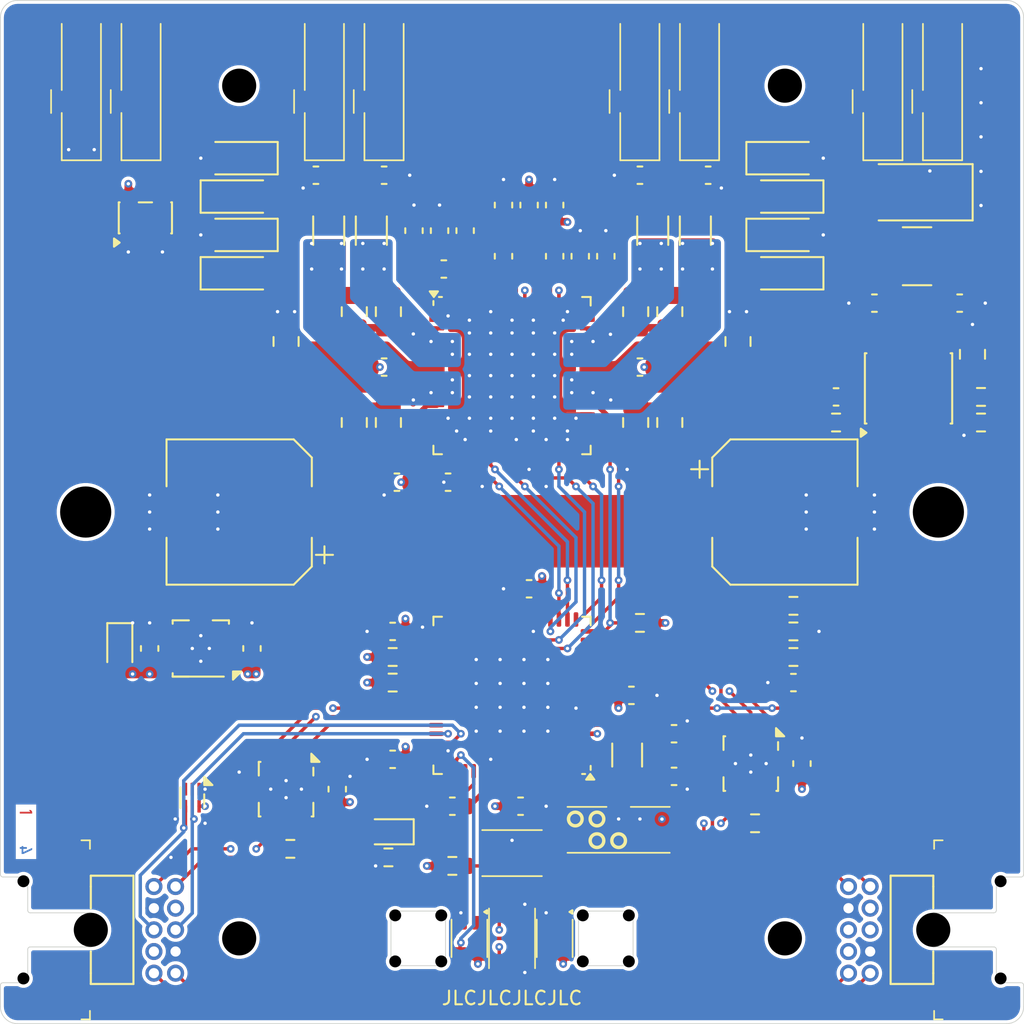
<source format=kicad_pcb>
(kicad_pcb (version 20241229) (generator "pcbnew") (generator_version "9.0")
  (title_block (date "2025-10-27") (rev "4"))
  (layers (0 "F.Cu" signal "Front") (4 "In1.Cu" power) (6 "In2.Cu" power) (2 "B.Cu" signal "Back") (13 "F.Paste" user) (5 "F.SilkS" user "F.Silkscreen") (1 "F.Mask" user) (3 "B.Mask" user) (25 "Edge.Cuts" user))
  (property "Order-Number" "JLCJLCJLCJLC")
  (net 0 "")
  (net 1 "GND")
  (net 2 "/Supply +24V")
  (net 3 "+3V3")
  (net 4 "/LED-onboard")
  (net 5 "/LED-Button")
  (net 6 "/VDDCORE")
  (net 7 "/USB+")
  (net 8 "+5V")
  (net 9 "/XIN32")
  (net 10 "/USB-")
  (net 11 "/SWDIO")
  (net 12 "/XOUT32")
  (net 13 "/SWCLK")
  (net 14 "/RESET")
  (net 15 "/Amplifier Audio/OUT0A")
  (net 16 "/Button")
  (net 17 "/Amplifier Audio/OUT1A")
  (net 18 "/Amplifier Audio/OUT0B")
  (net 19 "/Amplifier Audio/OUT1B")
  (net 20 "Net-(U201-CF0AP)")
  (net 21 "Net-(U201-CF0AN)")
  (net 22 "Net-(U201-CF0BP)")
  (net 23 "Net-(U201-CF0BN)")
  (net 24 "Net-(U201-CF1AP)")
  (net 25 "Net-(U201-CF1AN)")
  (net 26 "Net-(U201-CF1BP)")
  (net 27 "Net-(U201-CF1BN)")
  (net 28 "/Power")
  (net 31 "/Amplifier Audio/CGD1N")
  (net 33 "Net-(D101-K)")
  (net 34 "Net-(D102-OUT)")
  (net 36 "Net-(U201-CREF)")
  (net 41 "/Plug-TX")
  (net 43 "/I2S-MCK")
  (net 47 "/I2S-FS")
  (net 48 "/LED Strip/WS2812-data")
  (net 50 "Net-(U201-CGD1P)")
  (net 52 "Net-(U201-CFDCN)")
  (net 53 "/I2S-SCK")
  (net 59 "/Plug-RX")
  (net 60 "/Socket-TX")
  (net 61 "/Socket-RX")
  (net 63 "/Link Plug/TX-Z")
  (net 64 "/Link Plug/TX-Y")
  (net 65 "/Link Plug/RX-A")
  (net 66 "/Link Plug/RX-B")
  (net 74 "/Socket-TX-Enable")
  (net 75 "/Plug-TX-Enable")
  (net 84 "/I2S-SD0")
  (net 87 "/I2C-SCL")
  (net 88 "/I2C-SDA")
  (net 89 "/Link Socket/TX-Z")
  (net 90 "/Link Socket/TX-Y")
  (net 91 "/Codec-Enable")
  (net 92 "/Link Socket/RX-A")
  (net 93 "/Link Socket/RX-B")
  (net 94 "Net-(U201-CFDCP)")
  (net 95 "/Codec-Mute")
  (net 96 "/Amplifier Audio/CGD0N")
  (net 97 "Net-(U201-CGD0P)")
  (net 98 "Net-(U201-CFGDP)")
  (net 99 "Net-(U201-CFGDN)")
  (net 100 "Net-(U201-VGDC)")
  (net 101 "Net-(U201-CDC)")
  (net 102 "/Amplifier Audio/OUT0N")
  (net 103 "/Amplifier Audio/OUT0P")
  (net 104 "/Amplifier Audio/OUT1N")
  (net 105 "/Amplifier Audio/OUT1P")
  (net 106 "/LED-Data")
  (net 109 "/Voltage-Sense")
  (net 110 "Net-(R105-Pad2)")
  (net 112 "/Amplifier Audio/PVDD")
  (net 113 "Net-(C210-Pad1)")
  (net 114 "Net-(Q201A-S1)")
  (net 115 "Net-(Q201A-G1)")
  (footprint "V2_Artwork:Plus_Small" (layer "F.Cu") (at 83.5 57)
    (property "Reference" "ICON105" (hide yes))
    (property "Value" "Plus" (hide yes))
  )
  (footprint "Capacitor_SMD:C_0603_1608Metric" (layer "F.Cu") (at 116 78.25)
    (property "Reference" "C207" (hide yes))
    (property "Value" "1u" (hide yes))
  )
  (footprint "Capacitor_SMD:C_0805_2012Metric" (layer "F.Cu") (at 106.25 73.25 90)
    (property "Reference" "C217" (hide yes))
    (property "Value" "10u" (hide yes))
  )
  (footprint "Diode_SMD:Nexperia_CFP3_SOD-123W" (layer "F.Cu") (at 81 71)
    (property "Reference" "D201" (hide yes))
    (property "Value" "PMEG3010ER" (hide yes))
  )
  (footprint "V2_Button_Switch_SMD:SKSG" (layer "F.Cu") (at 97 110 -90)
    (property "Reference" "SW101" (hide yes))
    (property "Value" "SW_Push" (hide yes))
  )
  (footprint "V2_Connector_WAGO:2065-100" (layer "F.Cu") (at 75.25 60.5 -90)
    (property "Reference" "J502" (hide yes))
    (property "Value" "WAGO-2065" (hide yes))
  )
  (footprint "Package_SO:SOIC-8_3.9x4.9mm_P1.27mm" (layer "F.Cu") (at 120.25 77.75 90)
    (property "Reference" "Q201" (hide yes))
    (property "Value" "IRF9358" (hide yes))
  )
  (footprint "Diode_SMD:Nexperia_CFP3_SOD-123W" (layer "F.Cu") (at 113 71 180)
    (property "Reference" "D205" (hide yes))
    (property "Value" "PMEG3010ER" (hide yes))
  )
  (footprint "V2_Connector_WAGO:2065-100" (layer "F.Cu") (at 122.25 60.5 -90)
    (property "Reference" "J105" (hide yes))
    (property "Value" "WAGO-2065" (hide yes))
  )
  (footprint "Diode_SMD:D_SMA" (layer "F.Cu") (at 120.5 66.25 180)
    (property "Reference" "TVS102" (hide yes))
    (property "Value" "SMAJ24CA" (hide yes))
  )
  (footprint "V2_Connector_Header_1.27mm:PinHeader_2x05_P1.27mm_Horizontal" (layer "F.Cu") (at 118 109.5 -90)
    (property "Reference" "J401" (hide yes))
    (property "Value" "2x05_Horizontal" (hide yes))
  )
  (footprint "Capacitor_SMD:C_0603_1608Metric" (layer "F.Cu") (at 102.5 70 -90)
    (property "Reference" "C225" (hide yes))
    (property "Value" "0u1" (hide yes))
  )
  (footprint "Capacitor_SMD:C_0603_1608Metric" (layer "F.Cu") (at 92.75 68.5 -90)
    (property "Reference" "C230" (hide yes))
    (property "Value" "0u1" (hide yes))
  )
  (footprint "V2_Production:Layer_Numbers" (layer "F.Cu") (at 68.5 103.75 -90)
    (property "Reference" "INFO101" (hide yes))
    (property "Value" "Layer_Numbers" (hide yes))
  )
  (footprint "Inductor_SMD:L_1206_3216Metric" (layer "F.Cu") (at 86.25 68.5 90)
    (property "Reference" "FB202" (hide yes))
    (property "Value" "50R" (hide yes))
  )
  (footprint "Resistor_SMD:R_0603_1608Metric" (layer "F.Cu") (at 113.5 92)
    (property "Reference" "R108" (hide yes))
    (property "Value" "10k" (hide yes))
  )
  (footprint "Capacitor_SMD:C_0805_2012Metric" (layer "F.Cu") (at 83.75 75 -90)
    (property "Reference" "C202" (hide yes))
    (property "Value" "10u" (hide yes))
  )
  (footprint "Capacitor_SMD:C_0805_2012Metric" (layer "F.Cu") (at 124 75.75 90)
    (property "Reference" "C210" (hide yes))
    (property "Value" "10u" (hide yes))
  )
  (footprint "Resistor_SMD:R_0603_1608Metric" (layer "F.Cu") (at 116 79.75)
    (property "Reference" "R201" (hide yes))
    (property "Value" "47k" (hide yes))
  )
  (footprint "V2_Inductor_SMD:L_3.1x5.1" (layer "F.Cu") (at 120.75 70)
    (property "Reference" "FB101" (hide yes))
    (property "Value" "47R" (hide yes))
  )
  (footprint "V2_Package_SON:VSON-8-1_3x3mm_P0.65_EP1.65x2.4mm" (layer "F.Cu") (at 78.75 93 180)
    (property "Reference" "U101" (hide yes))
    (property "Value" "TPS78433QWDRBRQ1" (hide yes))
  )
  (footprint "V2_Package_DFN_QFN:QFN-64-1EP_9x9mm_P0.5mm_EP4.8x4.8mm_ThermalVias" (layer "F.Cu") (at 97 95.75 180)
    (property "Reference" "U102" (hide yes))
    (property "Value" "ATSAMD51J" (hide yes))
  )
  (footprint "Capacitor_SMD:C_0603_1608Metric" (layer "F.Cu") (at 99.5 70 90)
    (property "Reference" "C223" (hide yes))
    (property "Value" "1u" (hide yes))
  )
  (footprint "V2_Fiducial:Fiducial_0.5mm_Mask1mm_Paste" (layer "F.Cu") (at 126 114)
    (property "Reference" "FID103" (hide yes))
    (property "Value" "Fiducial" (hide yes))
  )
  (footprint "Capacitor_SMD:C_0603_1608Metric" (layer "F.Cu") (at 98 89.5 180)
    (property "Reference" "C106" (hide yes))
    (property "Value" "0u1" (hide yes))
  )
  (footprint "Capacitor_SMD:C_0603_1608Metric" (layer "F.Cu") (at 106.5 98)
    (property "Reference" "C110" (hide yes))
    (property "Value" "18p" (hide yes))
  )
  (footprint "Capacitor_SMD:C_0603_1608Metric" (layer "F.Cu") (at 85.5 65.25)
    (property "Reference" "C216" (hide yes))
    (property "Value" "1000p" (hide yes))
  )
  (footprint "V2_Package_SON:VSON-10-4-1EP_3x3mm_P0.5mm_EP1.65x2.4mm_ThermalVias" (layer "F.Cu") (at 111 99.75 -90)
    (property "Reference" "U401" (hide yes))
    (property "Value" "THVD24x2" (hide yes))
  )
  (footprint "V2_Mechanical:MountingHole_2mm" (layer "F.Cu") (at 113 60)
    (property "Reference" "H106" (hide yes))
    (property "Value" "MountingHole_2mm" (hide yes))
  )
  (footprint "V2_LED:WS2812-2020" (layer "F.Cu") (at 94.5 110 90)
    (property "Reference" "D102" (hide yes))
    (property "Value" "WS2812" (hide yes))
  )
  (footprint "Capacitor_SMD:C_0805_2012Metric" (layer "F.Cu") (at 89.75 73.25 90)
    (property "Reference" "C212" (hide yes))
    (property "Value" "10u" (hide yes))
  )
  (footprint "Capacitor_SMD:C_0603_1608Metric" (layer "F.Cu") (at 123.25 72.75)
    (property "Reference" "C112" (hide yes))
    (property "Value" "0u022" (hide yes))
  )
  (footprint "Capacitor_SMD:CP_Elec_8x10" (layer "F.Cu") (at 81 85 180)
    (property "Reference" "C203" (hide yes))
    (property "Value" "330u" (hide yes))
  )
  (footprint "Capacitor_SMD:C_0603_1608Metric" (layer "F.Cu") (at 90 92 180)
    (property "Reference" "C105" (hide yes))
    (property "Value" "0u1" (hide yes))
  )
  (footprint "Capacitor_SMD:C_0603_1608Metric" (layer "F.Cu") (at 104.5 65.25 180)
    (property "Reference" "C219" (hide yes))
    (property "Value" "1000p" (hide yes))
  )
  (footprint "V2_Fiducial:Fiducial_0.5mm_Mask1mm_Paste" (layer "F.Cu") (at 68 114)
    (property "Reference" "FID101" (hide yes))
    (property "Value" "Fiducial" (hide yes))
  )
  (footprint "Inductor_SMD:L_1206_3216Metric" (layer "F.Cu") (at 107.75 68.5 90)
    (property "Reference" "FB204" (hide yes))
    (property "Value" "50R" (hide yes))
  )
  (footprint "V2_Cortex_Debug:Cortex_Debug_Pad" (layer "F.Cu") (at 103.25 103)
    (property "Reference" "J101" (hide yes))
    (property "Value" "CORTEX-DEBUG" (hide yes))
  )
  (footprint "V2_Mechanical:MountingHole_2mm" (layer "F.Cu") (at 81 110)
    (property "Reference" "H105" (hide yes))
    (property "Value" "MountingHole_2mm" (hide yes))
  )
  (footprint "Capacitor_SMD:C_0603_1608Metric" (layer "F.Cu") (at 93.25 83.25 180)
    (property "Reference" "C233" (hide yes))
    (property "Value" "1u" (hide yes))
  )
  (footprint "V2_Connector_WAGO:2065-100" (layer "F.Cu") (at 118.75 60.5 -90)
    (property "Reference" "J102" (hide yes))
    (property "Value" "WAGO-2065" (hide yes))
  )
  (footprint "Resistor_SMD:R_0603_1608Metric" (layer "F.Cu") (at 113.5 93.5)
    (property "Reference" "R106" (hide yes))
    (property "Value" "10k" (hide yes))
  )
  (footprint "V2_Connector_WAGO:2065-100" (layer "F.Cu") (at 71.75 60.5 -90)
    (property "Reference" "J501" (hide yes))
    (property "Value" "WAGO-2065" (hide yes))
  )
  (footprint "Inductor_SMD:L_1206_3216Metric" (layer "F.Cu") (at 88.75 68.5 90)
    (property "Reference" "FB201" (hide yes))
    (property "Value" "50R" (hide yes))
  )
  (footprint "Capacitor_SMD:C_0603_1608Metric" (layer "F.Cu") (at 104 95.75)
    (property "Reference" "C102" (hide yes))
    (property "Value" "0u1" (hide yes))
  )
  (footprint "V2_Artwork:Board_wave_Small" (layer "F.Cu") (at 122 100.5)
    (property "Reference" "ICON108" (hide yes))
    (property "Value" "Board_wave" (hide yes))
  )
  (footprint "Capacitor_SMD:C_0805_2012Metric" (layer "F.Cu") (at 89.75 79.75 -90)
    (property "Reference" "C214" (hide yes))
    (property "Value" "10u" (hide yes))
  )
  (footprint "Capacitor_SMD:C_0805_2012Metric" (layer "F.Cu") (at 104.25 79.75 -90)
    (property "Reference" "C221" (hide yes))
    (property "Value" "10u" (hide yes))
  )
  (footprint "V2_Package_DFN_QFN:QFN-64-1EP_9x9mm_P0.5mm_EP5.45x5.45mm_ThermalVias" (layer "F.Cu") (at 97 77)
    (property "Reference" "U201" (hide yes))
    (property "Value" "MA12070P" (hide yes))
  )
  (footprint "V2_Artwork:Logo_Small" (layer "F.Cu") (at 122 96.25)
    (property "Reference" "ICON107" (hide yes))
    (property "Value" "V2-logo" (hide yes))
  )
  (footprint "Capacitor_SMD:C_0603_1608Metric" (layer "F.Cu") (at 93 70.75 180)
    (property "Reference" "C231" (hide yes))
    (property "Value" "0u1" (hide yes))
  )
  (footprint "Capacitor_SMD:C_0603_1608Metric" (layer "F.Cu") (at 90 99.5 180)
    (property "Reference" "C104" (hide yes))
    (property "Value" "0u1" (hide yes))
  )
  (footprint "Capacitor_SMD:C_0603_1608Metric" (layer "F.Cu") (at 86.75 101.25 90)
    (property "Reference" "C301" (hide yes))
    (property "Value" "0u1" (hide yes))
  )
  (footprint "V2_Button_Switch_SMD:SKSG" (layer "F.Cu") (at 97 105)
    (property "Reference" "SW102" (hide yes))
    (property "Value" "SW_Push" (hide yes))
  )
  (footprint "Package_TO_SOT_SMD:SOT-23-5" (layer "F.Cu") (at 75.5 67.75 90)
    (property "Reference" "U501" (hide yes))
    (property "Value" "74AHC1G125" (hide yes))
  )
  (footprint "Resistor_SMD:R_0603_1608Metric" (layer "F.Cu") (at 90 95)
    (property "Reference" "R104" (hide yes))
    (property "Value" "2k7" (hide yes))
  )
  (footprint "Capacitor_SMD:C_0603_1608Metric" (layer "F.Cu") (at 106.5 100.5)
    (property "Reference" "C109" (hide yes))
    (property "Value" "18p" (hide yes))
  )
  (footprint "Resistor_SMD:R_0603_1608Metric" (layer "F.Cu") (at 124.5 78.25)
    (property "Reference" "R202" (hide yes))
    (property "Value" "33k" (hide yes))
  )
  (footprint "Diode_SMD:Nexperia_CFP3_SOD-123W" (layer "F.Cu") (at 113 68.75)
    (property "Reference" "D206" (hide yes))
    (property "Value" "PMEG3010ER" (hide yes))
  )
  (footprint "Capacitor_SMD:C_0603_1608Metric" (layer "F.Cu") (at 91.25 68.5 -90)
    (property "Reference" "C229" (hide yes))
    (property "Value" "1u" (hide yes))
  )
  (footprint "Diode_SMD:Nexperia_CFP3_SOD-123W" (layer "F.Cu") (at 113 64.25)
    (property "Reference" "D208" (hide yes))
    (property "Value" "PMEG3010ER" (hide yes))
  )
  (footprint "V2_Connector_WAGO:2065-100" (layer "F.Cu") (at 108 60.5 -90)
    (property "Reference" "J106" (hide yes))
    (property "Value" "WAGO-2065" (hide yes))
  )
  (footprint "Capacitor_SMD:C_0603_1608Metric" (layer "F.Cu") (at 81.75 93 90)
    (property "Reference" "C108" (hide yes))
    (property "Value" "10u" (hide yes))
  )
  (footprint "V2_Mechanical:MountingHole_3mm" (layer "F.Cu") (at 72 85)
    (property "Reference" "H102" (hide yes))
    (property "Value" "MountingHole_3mm" (hide yes))
  )
  (footprint "Diode_SMD:Nexperia_CFP3_SOD-123W" (layer "F.Cu") (at 81 64.25 180)
    (property "Reference" "D204" (hide yes))
    (property "Value" "PMEG3010ER" (hide yes))
  )
  (footprint "V2_Connector_WAGO:2065-100" (layer "F.Cu") (at 89.5 60.5 -90)
    (property "Reference" "J104" (hide yes))
    (property "Value" "WAGO-2065" (hide yes))
  )
  (footprint "Resistor_SMD:R_0603_1608Metric" (layer "F.Cu") (at 113.5 90.5 180)
    (property "Reference" "R105" (hide yes))
    (property "Value" "100k" (hide yes))
  )
  (footprint "Resistor_SMD:R_0603_1608Metric" (layer "F.Cu") (at 93.5 105.75)
    (property "Reference" "R102" (hide yes))
    (property "Value" "100k" (hide yes))
  )
  (footprint "V2_Mechanical:MountingHole_3mm" (layer "F.Cu") (at 122 85)
    (property "Reference" "H104" (hide yes))
    (property "Value" "MountingHole_3mm" (hide yes))
  )
  (footprint "Capacitor_SMD:C_0603_1608Metric" (layer "F.Cu") (at 94.25 68.5 90)
    (property "Reference" "C227" (hide yes))
    (property "Value" "1u" (hide yes))
  )
  (footprint "Resistor_SMD:R_0603_1608Metric" (layer "F.Cu") (at 124.5 79.75 180)
    (property "Reference" "R203" (hide yes))
    (property "Value" "680R" (hide yes))
  )
  (footprint "Capacitor_SMD:C_0603_1608Metric" (layer "F.Cu") (at 96.5 70 -90)
    (property "Reference" "C226" (hide yes))
    (property "Value" "1u" (hide yes))
  )
  (footprint "V2_PCB_Devices:PCB_Plug_Horizontal" (layer "F.Cu") (at 76 109.5 90)
    (property "Reference" "PLUG101" (hide yes))
    (property "Value" "PCB_Plug_Horizontal" (hide yes))
    (fp_line (start -3.1 -8.85) (end -3.1 -7.4) (stroke (width 0.05)) (layer "Edge.Cuts"))
    (fp_line (start 3.1 -7.4) (end 3.1 -8.85) (stroke (width 0.05)) (layer "Edge.Cuts"))
    (fp_line (start 1.15 -7.4) (end 3.1 -7.4) (stroke (width 0.05)) (layer "Edge.Cuts"))
    (fp_line (start -3.1 -7.4) (end -1.15 -7.4) (stroke (width 0.05)) (layer "Edge.Cuts"))
    (fp_line (start -1 -7.25) (end -1 -3.7) (stroke (width 0.05)) (layer "Edge.Cuts"))
    (fp_line (start 1 -3.7) (end 1 -7.25) (stroke (width 0.05)) (layer "Edge.Cuts"))
    (fp_line (start -1 -3.7) (end 1 -3.7) (stroke (width 0.05)) (layer "Edge.Cuts"))
    (fp_arc (start -3.25 -9) (mid -3.143934 -8.956066) (end -3.1 -8.85) (stroke (width 0.05)) (layer "Edge.Cuts"))
    (fp_arc (start 3.1 -8.85) (mid 3.143934 -8.956066) (end 3.25 -9) (stroke (width 0.05)) (layer "Edge.Cuts"))
    (fp_arc (start -1.15 -7.4) (mid -1.043934 -7.356066) (end -1 -7.25) (stroke (width 0.05)) (layer "Edge.Cuts"))
    (fp_arc (start 1 -7.25) (mid 1.043934 -7.356066) (end 1.15 -7.4) (stroke (width 0.05)) (layer "Edge.Cuts"))
  )
  (footprint "V2_Mechanical:MountingHole_2mm" (layer "F.Cu") (at 81 60)
    (property "Reference" "H103" (hide yes))
    (property "Value" "MountingHole_2mm" (hide yes))
  )
  (footprint "Capacitor_SMD:C_0603_1608Metric" (layer "F.Cu") (at 98 67 90)
    (property "Reference" "C228" (hide yes))
    (property "Value" "1u" (hide yes))
  )
  (footprint "Diode_SMD:Nexperia_CFP3_SOD-123W" (layer "F.Cu") (at 81 68.75 180)
    (property "Reference" "D202" (hide yes))
    (property "Value" "PMEG3010ER" (hide yes))
  )
  (footprint "Capacitor_SMD:C_0603_1608Metric" (layer "F.Cu") (at 93.5 102.25 180)
    (property "Reference" "C101" (hide yes))
    (property "Value" "10u" (hide yes))
  )
  (footprint "Diode_SMD:D_0603_1608Metric" (layer "F.Cu") (at 74 93 -90)
    (property "Reference" "TVS101" (hide yes))
    (property "Value" "CG0603MLC-05LE" (hide yes))
  )
  (footprint "Capacitor_SMD:C_0603_1608Metric" (layer "F.Cu") (at 99.5 67 -90)
    (property "Reference" "C208" (hide yes))
    (property "Value" "1u" (hide yes))
  )
  (footprint "Capacitor_SMD:C_0603_1608Metric" (layer "F.Cu") (at 108.5 65.25 180)
    (property "Reference" "C222" (hide yes))
    (property "Value" "1000p" (hide yes))
  )
  (footprint "Capacitor_SMD:C_0603_1608Metric" (layer "F.Cu") (at 96.5 67 -90)
    (property "Reference" "C232" (hide yes))
    (property "Value" "1u" (hide yes))
  )
  (footprint "Resistor_SMD:R_0603_1608Metric" (layer "F.Cu") (at 104.5 91.5 180)
    (property "Reference" "R107" (hide yes))
    (property "Value" "100k" (hide yes))
  )
  (footprint "Capacitor_SMD:C_0603_1608Metric" (layer "F.Cu") (at 114 99.75 90)
    (property "Reference" "C401" (hide yes))
    (property "Value" "0u1" (hide yes))
  )
  (footprint "V2_Artwork:Plus_Small" (layer "F.Cu") (at 110.5 57)
    (property "Reference" "ICON103" (hide yes))
    (property "Value" "Plus" (hide yes))
  )
  (footprint "Capacitor_SMD:C_0603_1608Metric" (layer "F.Cu") (at 113.5 95 180)
    (property "Reference" "C113" (hide yes))
    (property "Value" "0u1" (hide yes))
  )
  (footprint "Capacitor_SMD:CP_Elec_8x10" (layer "F.Cu") (at 113 85)
    (property "Reference" "C206" (hide yes))
    (property "Value" "330u" (hide yes))
  )
  (footprint "V2_Connector_Header_1.27mm:PinHeader_2x05_P1.27mm_Horizontal" (layer "F.Cu") (at 76 109.5 90)
    (property "Reference" "J301" (hide yes))
    (property "Value" "2x05_Horizontal" (hide yes))
  )
  (footprint "Capacitor_SMD:C_0603_1608Metric" (layer "F.Cu") (at 89.5 76.5 180)
    (property "Reference" "C204" (hide yes))
    (property "Value" "1u" (hide yes))
  )
  (footprint "Resistor_SMD:R_0603_1608Metric" (layer "F.Cu") (at 90 93.5)
    (property "Reference" "R103" (hide yes))
    (property "Value" "2k7" (hide yes))
  )
  (footprint "V2_Mechanical:MountingHole_2mm" (layer "F.Cu") (at 113 110)
    (property "Reference" "H101" (hide yes))
    (property "Value" "MountingHole_2mm" (hide yes))
  )
  (footprint "V2_LED:WS2812-2020" (layer "F.Cu") (at 99.5 110 90)
    (property "Reference" "D103" (hide yes))
    (property "Value" "WS2812" (hide yes))
  )
  (footprint "Resistor_SMD:R_0603_1608Metric" (layer "F.Cu") (at 89.75 105.25 180)
    (property "Reference" "R101" (hide yes))
    (property "Value" "330R" (hide yes))
  )
  (footprint "Capacitor_SMD:C_0805_2012Metric" (layer "F.Cu") (at 87.75 79.75 -90)
    (property "Reference" "C215" (hide yes))
    (property "Value" "10u" (hide yes))
  )
  (footprint "Capacitor_SMD:C_0805_2012Metric" (layer "F.Cu") (at 87.75 73.25 90)
    (property "Reference" "C211" (hide yes))
    (property "Value" "10u" (hide yes))
  )
  (footprint "V2_Package_SON:VSON-10-4-1EP_3x3mm_P0.5mm_EP1.65x2.4mm_ThermalVias" (layer "F.Cu") (at 83.75 101.25 -90)
    (property "Reference" "U301" (hide yes))
    (property "Value" "THVD24x2" (hide yes))
  )
  (footprint "Capacitor_SMD:C_0805_2012Metric" (layer "F.Cu") (at 106.25 79.75 -90)
    (property "Reference" "C220" (hide yes))
    (property "Value" "10u" (hide yes))
  )
  (footprint "Capacitor_SMD:C_0603_1608Metric" (layer "F.Cu") (at 90.25 83.25)
    (property "Reference" "C209" (hide yes))
    (property "Value" "1u" (hide yes))
  )
  (footprint "V2_Connector_WAGO:2065-100" (layer "F.Cu") (at 86 60.5 -90)
    (property "Reference" "J103" (hide yes))
    (property "Value" "WAGO-2065" (hide yes))
  )
  (footprint "Capacitor_SMD:C_0603_1608Metric" (layer "F.Cu") (at 101 70 -90)
    (property "Reference" "C224" (hide yes))
    (property "Value" "1u" (hide yes))
  )
  (footprint "V2_PCB_Devices:PCB_Plug_Horizontal" (layer "F.Cu") (at 118 109.5 -90)
    (property "Reference" "PLUG102" (hide yes))
    (property "Value" "PCB_Plug_Horizontal" (hide yes))
    (fp_line (start -1 -3.7) (end 1 -3.7) (stroke (width 0.05)) (layer "Edge.Cuts"))
    (fp_line (start 1 -3.7) (end 1 -7.25) (stroke (width 0.05)) (layer "Edge.Cuts"))
    (fp_line (start -1 -7.25) (end -1 -3.7) (stroke (width 0.05)) (layer "Edge.Cuts"))
    (fp_line (start -3.1 -7.4) (end -1.15 -7.4) (stroke (width 0.05)) (layer "Edge.Cuts"))
    (fp_line (start 1.15 -7.4) (end 3.1 -7.4) (stroke (width 0.05)) (layer "Edge.Cuts"))
    (fp_line (start 3.1 -7.4) (end 3.1 -8.85) (stroke (width 0.05)) (layer "Edge.Cuts"))
    (fp_line (start -3.1 -8.85) (end -3.1 -7.4) (stroke (width 0.05)) (layer "Edge.Cuts"))
    (fp_arc (start 1 -7.25) (mid 1.043934 -7.356066) (end 1.15 -7.4) (stroke (width 0.05)) (layer "Edge.Cuts"))
    (fp_arc (start -1.15 -7.4) (mid -1.043934 -7.356066) (end -1 -7.25) (stroke (width 0.05)) (layer "Edge.Cuts"))
    (fp_arc (start 3.1 -8.85) (mid 3.143934 -8.956066) (end 3.25 -9) (stroke (width 0.05)) (layer "Edge.Cuts"))
    (fp_arc (start -3.25 -9) (mid -3.143934 -8.956066) (end -3.1 -8.85) (stroke (width 0.05)) (layer "Edge.Cuts"))
  )
  (footprint "Capacitor_SMD:C_0603_1608Metric" (layer "F.Cu") (at 97.5 102.25)
    (property "Reference" "C103" (hide yes))
    (property "Value" "0u1" (hide yes))
  )
  (footprint "V2_Crystal:Crystal_SMD_3215-2Pin_3.2x1.5mm" (layer "F.Cu") (at 103.75 99.25 -90)
    (property "Reference" "Y101" (hide yes))
    (property "Value" "32k768" (hide yes))
  )
  (footprint "V2_Artwork:Arrow_In" (layer "F.Cu") (at 70.75 113.5)
    (property "Reference" "ICON101" (hide yes))
    (property "Value" "Arrow_In" (hide yes))
  )
  (footprint "Capacitor_SMD:C_0805_2012Metric" (layer "F.Cu") (at 110.25 75 -90)
    (property "Reference" "C205" (hide yes))
    (property "Value" "10u" (hide yes))
  )
  (footprint "Diode_SMD:Nexperia_CFP3_SOD-123W" (layer "F.Cu") (at 113 66.5 180)
    (property "Reference" "D207" (hide yes))
    (property "Value" "PMEG3010ER" (hide yes))
  )
  (footprint "LED_SMD:LED_0603_1608Metric" (layer "F.Cu") (at 89.75 103.75 180)
    (property "Reference" "D101" (hide yes))
    (property "Value" "Orange" (hide yes))
  )
  (footprint "V2_Artwork:Arrow_Out" (layer "F.Cu") (at 123.25 113.5)
    (property "Reference" "ICON104" (hide yes))
    (property "Value" "Arrow_Out" (hide yes))
  )
  (footprint "V2_PCB_Devices:PCB_Button-bottom" (layer "F.Cu") (at 97 110 90)
    (property "Reference" "SWB101" (hide yes))
    (property "Value" "Button-bottom" (hide yes))
    (fp_line (start 1.6 -7.1) (end -1.6 -7.1) (stroke (width 0.05)) (layer "Edge.Cuts"))
    (fp_line (start -1.6 -7.1) (end -1.6 -3.9) (stroke (width 0.05)) (layer "Edge.Cuts"))
    (fp_line (start 1.6 -3.9) (end 1.6 -7.1) (stroke (width 0.05)) (layer "Edge.Cuts"))
    (fp_line (start -1.6 -3.9) (end 1.6 -3.9) (stroke (width 0.05)) (layer "Edge.Cuts"))
    (fp_line (start 1.6 3.9) (end -1.6 3.9) (stroke (width 0.05)) (layer "Edge.Cuts"))
    (fp_line (start -1.6 3.9) (end -1.6 7.1) (stroke (width 0.05)) (layer "Edge.Cuts"))
    (fp_line (start 1.6 7.1) (end 1.6 3.9) (stroke (width 0.05)) (layer "Edge.Cuts"))
    (fp_line (start -1.6 7.1) (end 1.6 7.1) (stroke (width 0.05)) (layer "Edge.Cuts"))
  )
  (footprint "Resistor_SMD:R_0603_1608Metric" (layer "F.Cu") (at 111.25 103.25 180)
    (property "Reference" "R401" (hide yes))
    (property "Value" "100R" (hide yes))
  )
  (footprint "Capacitor_SMD:C_0603_1608Metric" (layer "F.Cu") (at 118.25 72.75 180)
    (property "Reference" "C111" (hide yes))
    (property "Value" "0u022" (hide yes))
  )
  (footprint "Capacitor_SMD:C_0603_1608Metric" (layer "F.Cu") (at 75.75 93 90)
    (property "Reference" "C107" (hide yes))
    (property "Value" "10u" (hide yes))
  )
  (footprint "V2_Artwork:Plus_Small" (layer "F.Cu") (at 116.25 57)
    (property "Reference" "ICON102" (hide yes))
    (property "Value" "Plus" (hide yes))
  )
  (footprint "V2_Artwork:Dot_Small" (layer "F.Cu") (at 77.75 57)
    (property "Reference" "ICON106" (hide yes))
    (property "Value" "Dot" (hide yes))
  )
  (footprint "Capacitor_SMD:C_0603_1608Metric" (layer "F.Cu") (at 104.5 76.5)
    (property "Reference" "C201" (hide yes))
    (property "Value" "1u" (hide yes))
  )
  (footprint "V2_Production:Order_Number" (layer "F.Cu") (at 97 113.5)
    (property "Reference" "INFO102" (hide yes))
    (property "Value" "ORDER-NUMBER" (hide yes))
  )
  (footprint "V2_ESD_Suppressor:SLP1210N6" (layer "F.Cu") (at 78.25 101.75 -90)
    (property "Reference" "ESD101" (hide yes))
    (property "Value" "RCLAMP0582N" (hide yes))
  )
  (footprint "Resistor_SMD:R_0603_1608Metric" (layer "F.Cu") (at 84 104.75 180)
    (property "Reference" "R301" (hide yes))
    (property "Value" "100R" (hide yes))
  )
  (footprint "Diode_SMD:Nexperia_CFP3_SOD-123W" (layer "F.Cu") (at 81 66.5)
    (property "Reference" "D203" (hide yes))
    (property "Value" "PMEG3010ER" (hide yes))
  )
  (footprint "V2_Fiducial:Fiducial_0.5mm_Mask1mm_Paste" (layer "F.Cu") (at 68 56)
    (property "Reference" "FID102" (hide yes))
    (property "Value" "Fiducial" (hide yes))
  )
  (footprint "V2_Connector_WAGO:2065-100" (layer "F.Cu") (at 104.5 60.5 -90)
    (property "Reference" "J107" (hide yes))
    (property "Value" "WAGO-2065" (hide yes))
  )
  (footprint "Capacitor_SMD:C_0805_2012Metric" (layer "F.Cu") (at 104.25 73.25 90)
    (property "Reference" "C218" (hide yes))
    (property "Value" "10u" (hide yes))
  )
  (footprint "Inductor_SMD:L_1206_3216Metric" (layer "F.Cu") (at 105.25 68.5 90)
    (property "Reference" "FB203" (hide yes))
    (property "Value" "50R" (hide yes))
  )
  (footprint "Capacitor_SMD:C_0603_1608Metric" (layer "F.Cu") (at 89.5 65.25)
    (property "Reference" "C213" (hide yes))
    (property "Value" "1000p" (hide yes))
  )
  (gr_line (start 67 112.75) (end 67 114) (stroke (width 0.05)) (layer "Edge.Cuts"))
  (gr_line (start 127 112.75) (end 127 114) (stroke (width 0.05)) (layer "Edge.Cuts"))
  (gr_line (start 67 56) (end 67 106.25) (stroke (width 0.05)) (layer "Edge.Cuts"))
  (gr_line (start 68 55) (end 126 55) (stroke (width 0.05)) (layer "Edge.Cuts"))
  (gr_line (start 127 56) (end 127 106.25) (stroke (width 0.05)) (layer "Edge.Cuts"))
  (gr_arc (start 68 115) (mid 67.292893 114.707107) (end 67 114) (stroke (width 0.05)) (layer "Edge.Cuts"))
  (gr_arc (start 127 114) (mid 126.707107 114.707107) (end 126 115) (stroke (width 0.05)) (layer "Edge.Cuts"))
  (gr_arc (start 67 56) (mid 67.292893 55.292893) (end 68 55) (stroke (width 0.05)) (layer "Edge.Cuts"))
  (gr_arc (start 126 55) (mid 126.707107 55.292893) (end 127 56) (stroke (width 0.05)) (layer "Edge.Cuts"))
  (gr_line (start 68 115) (end 126 115) (stroke (width 0.05)) (layer "Edge.Cuts"))
  (segment (start 117.475 72.75) (end 116.75 72.75) (width 0.45) (layer "F.Cu") (net 1))
  (segment (start 100.25 80.75) (end 100.25 81.4125) (width 0.2) (layer "F.Cu") (net 1))
  (segment (start 78.65 101.25) (end 79 101.25) (width 0.2) (layer "F.Cu") (net 1))
  (segment (start 107.275 97.25) (end 107.275 98) (width 0.45) (layer "F.Cu") (net 1))
  (segment (start 82.75 99.775) (end 82.75 101.15) (width 0.3) (layer "F.Cu") (net 1))
  (segment (start 123.675 80.325) (end 123.5 80.5) (width 0.45) (layer "F.Cu") (net 1))
  (segment (start 109.275 66) (end 109.275 65.25) (width 0.45) (layer "F.Cu") (net 1))
  (segment (start 100.25 73.25) (end 100.25 72.5875) (width 0.2) (layer "F.Cu") (net 1))
  (segment (start 89.5 84) (end 89.475 83.975) (width 0.45) (layer "F.Cu") (net 1))
  (segment (start 99 102.25) (end 98.275 102.25) (width 0.45) (layer "F.Cu") (net 1))
  (segment (start 84.725 65.975) (end 84.725 65.25) (width 0.45) (layer "F.Cu") (net 1))
  (segment (start 82.75 101.15) (end 82.85 101.25) (width 0.3) (layer "F.Cu") (net 1))
  (segment (start 107.275 101.25) (end 107.275 100.5) (width 0.45) (layer "F.Cu") (net 1))
  (segment (start 74.5 69.75) (end 74.5 68.9375) (width 0.45) (layer "F.Cu") (net 1))
  (segment (start 97.8375 108.4375) (end 97.8375 108.0875) (width 0.2) (layer "F.Cu") (net 1))
  (segment (start 94 109.035) (end 93.95 109.085) (width 0.45) (layer "F.Cu") (net 1))
  (segment (start 103.725 65.25) (end 103 65.25) (width 0.45) (layer "F.Cu") (net 1))
  (segment (start 92.75 67) (end 92.75 67.725) (width 0.45) (layer "F.Cu") (net 1))
  (segment (start 99 108.5) (end 99 109.035) (width 0.45) (layer "F.Cu") (net 1))
  (segment (start 98.5625 104.1625) (end 97.0875 104.1625) (width 0.2) (layer "F.Cu") (net 1))
  (segment (start 97.225 89.5) (end 96.5 89.5) (width 0.45) (layer "F.Cu") (net 1))
  (segment (start 104.75 76.5) (end 105.275 76.5) (width 0.45) (layer "F.Cu") (net 1))
  (segment (start 92.975 83.275) (end 92.5 83.275) (width 0.45) (layer "F.Cu") (net 1))
  (segment (start 110 98.275) (end 110 99.65) (width 0.3) (layer "F.Cu") (net 1))
  (segment (start 93.25 99) (end 92.5875 99) (width 0.2) (layer "F.Cu") (net 1))
  (segment (start 95.75 73.25) (end 95.75 72.5875) (width 0.2) (layer "F.Cu") (net 1))
  (segment (start 87.5 100.5) (end 87.475 100.475) (width 0.45) (layer "F.Cu") (net 1))
  (segment (start 92 102.25) (end 92.725 102.25) (width 0.45) (layer "F.Cu") (net 1))
  (segment (start 91.750497 91.75) (end 92.000497 92) (width 0.3) (layer "F.Cu") (net 1))
  (segment (start 97.0875 104.1625) (end 97 104.25) (width 0.2) (layer "F.Cu") (net 1))
  (segment (start 98.25 91.3375) (end 98.25 92) (width 0.2) (layer "F.Cu") (net 1))
  (segment (start 102.5 68.5) (end 102.5 69.225) (width 0.45) (layer "F.Cu") (net 1))
  (segment (start 95.4375 104.1625) (end 96.9125 104.1625) (width 0.2) (layer "F.Cu") (net 1))
  (segment (start 95.75 99.5) (end 95.75 100.1625) (width 0.2) (layer "F.Cu") (net 1))
  (segment (start 124 74) (end 124 74.8) (width 0.45) (layer "F.Cu") (net 1))
  (segment (start 99.5 65.5) (end 99.5 66.225) (width 0.45) (layer "F.Cu") (net 1))
  (segment (start 91 65.25) (end 90.275 65.25) (width 0.45) (layer "F.Cu") (net 1))
  (segment (start 88.5 92) (end 89.225 92) (width 0.45) (layer "F.Cu") (net 1))
  (segment (start 124.025 72.75) (end 124.75 72.75) (width 0.45) (layer "F.Cu") (net 1))
  (segment (start 96.5 65.5) (end 96.5 66.225) (width 0.45) (layer "F.Cu") (net 1))
  (segment (start 105.5 95.75) (end 104.775 95.75) (width 0.45) (layer "F.Cu") (net 1))
  (segment (start 110 99.65) (end 110.1 99.75) (width 0.3) (layer "F.Cu") (net 1))
  (segment (start 93 83.25) (end 92.975 83.275) (width 0.45) (layer "F.Cu") (net 1))
  (segment (start 94 108.5) (end 94 109.035) (width 0.45) (layer "F.Cu") (net 1))
  (segment (start 81.75 92.225) (end 81.75 91.5) (width 0.45) (layer "F.Cu") (net 1))
  (segment (start 111.5 98.275) (end 111.5 99.25) (width 0.3) (layer "F.Cu") (net 1))
  (segment (start 88.5 99.5) (end 89.225 99.5) (width 0.45) (layer "F.Cu") (net 1))
  (segment (start 94.25 80.75) (end 94.25 81.4125) (width 0.2) (layer "F.Cu") (net 1))
  (segment (start 76.5 68.9375) (end 76.45 68.8875) (width 0.45) (layer "F.Cu") (net 1))
  (segment (start 96.9125 104.1625) (end 97 104.25) (width 0.2) (layer "F.Cu") (net 1))
  (segment (start 74.5 68.9375) (end 74.55 68.8875) (width 0.45) (layer "F.Cu") (net 1))
  (segment (start 84.25 99.775) (end 84.25 100.85) (width 0.3) (layer "F.Cu") (net 1))
  (segment (start 78.75 64.25) (end 79.6 64.25) (width 0.45) (layer "F.Cu") (net 1))
  (segment (start 89.25 76.5) (end 88.725 76.5) (width 0.45) (layer "F.Cu") (net 1))
  (segment (start 97.75 112) (end 97.8375 111.9125) (width 0.2) (layer "F.Cu") (net 1))
  (segment (start 112 95) (end 112.725 95) (width 0.45) (layer "F.Cu") (net 1))
  (segment (start 101 68.5) (end 101 69.225) (width 0.45) (layer "F.Cu") (net 1))
  (segment (start 114.325 92) (end 115 92) (width 0.45) (layer "F.Cu") (net 1))
  (segment (start 114.4 64.25) (end 115.25 64.25) (width 0.45) (layer "F.Cu") (net 1))
  (segment (start 114.4 68.75) (end 115.25 68.75) (width 0.45) (layer "F.Cu") (net 1))
  (segment (start 87.475 100.475) (end 86.75 100.475) (width 0.45) (layer "F.Cu") (net 1))
  (segment (start 78.75 68.75) (end 79.6 68.75) (width 0.45) (layer "F.Cu") (net 1))
  (segment (start 92.000497 92) (end 92.5875 92) (width 0.3) (layer "F.Cu") (net 1))
  (segment (start 76.5 69.75) (end 76.5 68.9375) (width 0.45) (layer "F.Cu") (net 1))
  (segment (start 88.925 105.675) (end 88.925 105.25) (width 0.45) (layer "F.Cu") (net 1))
  (segment (start 89 105.75) (end 88.925 105.675) (width 0.45) (layer "F.Cu") (net 1))
  (segment (start 84.75 66) (end 84.725 65.975) (width 0.45) (layer "F.Cu") (net 1))
  (segment (start 91.25 67) (end 91.25 67.725) (width 0.45) (layer "F.Cu") (net 1))
  (segment (start 123.675 79.75) (end 123.675 80.325) (width 0.45) (layer "F.Cu") (net 1))
  (segment (start 97.8375 111.9125) (end 97.8375 111.5625) (width 0.2) (layer "F.Cu") (net 1))
  (segment (start 111.5 99.25) (end 111 99.75) (width 0.3) (layer "F.Cu") (net 1))
  (segment (start 114 98.25) (end 114 98.975) (width 0.45) (layer "F.Cu") (net 1))
  (segment (start 89.475 83.975) (end 89.475 83.25) (width 0.45) (layer "F.Cu") (net 1))
  (segment (start 84.25 100.85) (end 84.65 101.25) (width 0.3) (layer "F.Cu") (net 1))
  (segment (start 100.75 96.5) (end 101.4125 96.5) (width 0.2) (layer "F.Cu") (net 1))
  (segment (start 99 109.035) (end 98.95 109.085) (width 0.45) (layer "F.Cu") (net 1))
  (segment (start 97.8375 108.0875) (end 97.75 108) (width 0.2) (layer "F.Cu") (net 1))
  (via (at 102.5 68.5) (size 0.45) (drill 0.2) (layers "F.Cu" "B.Cu") (net 1))
  (via (at 103 65.25) (size 0.45) (drill 0.2) (layers "F.Cu" "B.Cu") (net 1))
  (via (at 101 68.5) (size 0.45) (drill 0.2) (layers "F.Cu" "B.Cu") (net 1))
  (via (at 75.75 86) (size 0.45) (drill 0.2) (layers "F.Cu" "B.Cu") (net 1))
  (via (at 115.25 64.25) (size 0.45) (drill 0.2) (layers "F.Cu" "B.Cu") (net 1))
  (via (at 95.75 80.25) (size 0.45) (drill 0.2) (layers "F.Cu" "B.Cu") (net 1))
  (via (at 95.75 99.5) (size 0.45) (drill 0.2) (layers "F.Cu" "B.Cu") (net 1))
  (via (at 71 63.75) (size 0.45) (drill 0.2) (layers "F.Cu" "B.Cu") (net 1))
  (via (at 98.25 80.25) (size 0.45) (drill 0.2) (layers "F.Cu" "B.Cu") (net 1))
  (via (at 116.75 72.75) (size 0.45) (drill 0.2) (layers "F.Cu" "B.Cu") (net 1))
  (via (at 92.75 67) (size 0.45) (drill 0.2) (layers "F.Cu" "B.Cu") (net 1))
  (via (at 83.25 73.25) (size 0.45) (drill 0.2) (layers "F.Cu" "B.Cu") (net 1))
  (via (at 112 95) (size 0.45) (drill 0.2) (layers "F.Cu" "B.Cu") (net 1))
  (via (at 107.275 97.25) (size 0.45) (drill 0.2) (layers "F.Cu" "B.Cu") (net 1))
  (via (at 114 98.25) (size 0.45) (drill 0.2) (layers "F.Cu" "B.Cu") (net 1))
  (via (at 79 101.25) (size 0.45) (drill 0.2) (layers "F.Cu" "B.Cu") (net 1))
  (via (at 107.275 101.25) (size 0.45) (drill 0.2) (layers "F.Cu" "B.Cu") (net 1))
  (via (at 89.25 76.5) (size 0.45) (drill 0.2) (layers "F.Cu" "B.Cu") (net 1))
  (via (at 97.75 112) (size 0.45) (drill 0.2) (layers "F.Cu" "B.Cu") (net 1))
  (via (at 118.25 84) (size 0.45) (drill 0.2) (layers "F.Cu" "B.Cu") (net 1))
  (via (at 96.5 65.5) (size 0.45) (drill 0.2) (layers "F.Cu" "B.Cu") (net 1))
  (via (at 114.25 85) (size 0.45) (drill 0.2) (layers "F.Cu" "B.Cu") (net 1))
  (via (at 81.75 91.5) (size 0.45) (drill 0.2) (layers "F.Cu" "B.Cu") (net 1))
  (via (at 77.25 103) (size 0.45) (drill 0.2) (layers "F.Cu" "B.Cu") (net 1))
  (via (at 78.75 68.75) (size 0.45) (drill 0.2) (layers "F.Cu" "B.Cu") (net 1))
  (via (at 93.75 80.25) (size 0.45) (drill 0.2) (layers "F.Cu" "B.Cu") (net 1))
  (via (at 123.5 80.5) (size 0.45) (drill 0.2) (layers "F.Cu" "B.Cu") (net 1))
  (via (at 76.5 69.75) (size 0.45) (drill 0.2) (layers "F.Cu" "B.Cu") (net 1))
  (via (at 75.75 91.5) (size 0.45) (drill 0.2) (layers "F.Cu" "B.Cu") (net 1))
  (via (at 103.25 103) (size 0.45) (drill 0.2) (layers "F.Cu" "B.Cu") (net 1))
  (via (at 87.5 100.5) (size 0.45) (drill 0.2) (layers "F.Cu" "B.Cu") (net 1))
  (via (at 97 104.25) (size 0.45) (drill 0.2) (layers "F.Cu" "B.Cu") (net 1))
  (via (at 99 83.5) (size 0.45) (drill 0.2) (layers "F.Cu" "B.Cu") (net 1))
  (via (at 100.75 96.5) (size 0.45) (drill 0.2) (layers "F.Cu" "B.Cu") (net 1))
  (via (at 115.25 68.75) (size 0.45) (drill 0.2) (layers "F.Cu" "B.Cu") (net 1))
  (via (at 81 100.25) (size 0.45) (drill 0.2) (layers "F.Cu" "B.Cu") (net 1))
  (via (at 93.25 99) (size 0.45) (drill 0.2) (layers "F.Cu" "B.Cu") (net 1))
  (via (at 124.5 65.024503) (size 0.45) (drill 0.2) (layers "F.Cu" "B.Cu") (net 1))
  (via (at 118.25 85) (size 0.45) (drill 0.2) (layers "F.Cu" "B.Cu") (net 1))
  (via (at 78.75 64.25) (size 0.45) (drill 0.2) (layers "F.Cu" "B.Cu") (net 1))
  (via (at 88.5 92) (size 0.45) (drill 0.2) (layers "F.Cu" "B.Cu") (net 1))
  (via (at 124.5 61) (size 0.45) (drill 0.2) (layers "F.Cu" "B.Cu") (net 1))
  (via (at 124.75 72.75) (size 0.45) (drill 0.2) (layers "F.Cu" "B.Cu") (net 1))
  (via (at 79.75 86) (size 0.45) (drill 0.2) (layers "F.Cu" "B.Cu") (net 1))
  (via (at 100 73.75) (size 0.45) (drill 0.2) (layers "F.Cu" "B.Cu") (net 1))
  (via (at 104.75 76.5) (size 0.45) (drill 0.2) (layers "F.Cu" "B.Cu") (net 1))
  (via (at 88.5 99.5) (size 0.45) (drill 0.2) (layers "F.Cu" "B.Cu") (net 1))
  (via (at 77 105.25) (size 0.45) (drill 0.2) (layers "F.Cu" "B.Cu") (net 1))
  (via (at 75.75 85) (size 0.45) (drill 0.2) (layers "F.Cu" "B.Cu") (net 1))
  (via (at 99 102.25) (size 0.45) (drill 0.2) (layers "F.Cu" "B.Cu") (net 1))
  (via (at 95.75 73.25) (size 0.45) (drill 0.2) (layers "F.Cu" "B.Cu") (net 1))
  (via (at 100.25 80.75) (size 0.45) (drill 0.2) (layers "F.Cu" "B.Cu") (net 1))
  (via (at 98.25 73.75) (size 0.45) (drill 0.2) (layers "F.Cu" "B.Cu") (net 1))
  (via (at 109.275 66) (size 0.45) (drill 0.2) (layers "F.Cu" "B.Cu") (net 1))
  (via (at 79.75 84) (size 0.45) (drill 0.2) (layers "F.Cu" "B.Cu") (net 1))
  (via (at 100.75 79.5) (size 0.45) (drill 0.2) (layers "F.Cu" "B.Cu") (net 1))
  (via (at 99.5 65.5) (size 0.45) (drill 0.2) (layers "F.Cu" "B.Cu") (net 1))
  (via (at 98 82.5) (size 0.45) (drill 0.2) (layers "F.Cu" "B.Cu") (net 1))
  (via (at 84.75 66) (size 0.45) (drill 0.2) (layers "F.Cu" "B.Cu") (net 1))
  (via (at 99 108.5) (size 0.45) (drill 0.2) (layers "F.Cu" "B.Cu") (net 1))
  (via (at 94.5 73.75) (size 0.45) (drill 0.2) (layers "F.Cu" "B.Cu") (net 1))
  (via (at 84.25 73.25) (size 0.45) (drill 0.2) (layers "F.Cu" "B.Cu") (net 1))
  (via (at 124 74) (size 0.45) (drill 0.2) (layers "F.Cu" "B.Cu") (net 1))
  (via (at 109.75 73.25) (size 0.45) (drill 0.2) (layers "F.Cu" "B.Cu") (net 1))
  (via (at 79.75 85) (size 0.45) (drill 0.2) (layers "F.Cu" "B.Cu") (net 1))
  (via (at 91.25 67) (size 0.45) (drill 0.2) (layers "F.Cu" "B.Cu") (net 1))
  (via (at 115 92) (size 0.45) (drill 0.2) (layers "F.Cu" "B.Cu") (net 1))
  (via (at 94.25 80.75) (size 0.45) (drill 0.2) (layers "F.Cu" "B.Cu") (net 1))
  (via (at 104.5 103) (size 0.45) (drill 0.2) (layers "F.Cu" "B.Cu") (net 1))
  (via (at 89.5 84) (size 0.45) (drill 0.2) (layers "F.Cu" "B.Cu") (net 1))
  (via (at 93 83.25) (size 0.45) (drill 0.2) (layers "F.Cu" "B.Cu") (net 1))
  (via (at 110.75 73.25) (size 0.45) (drill 0.2) (layers "F.Cu" "B.Cu") (net 1))
  (via (at 91 65.25) (size 0.45) (drill 0.2) (layers "F.Cu" "B.Cu") (net 1))
  (via (at 99 80.75) (size 0.45) (drill 0.2) (layers "F.Cu" "B.Cu") (net 1))
  (via (at 105.5 95.75) (size 0.45) (drill 0.2) (layers "F.Cu" "B.Cu") (net 1))
  (via (at 100.25 80.25) (size 0.45) (drill 0.2) (layers "F.Cu" "B.Cu") (net 1))
  (via (at 95.25 83.5) (size 0.45) (drill 0.2) (layers "F.Cu" "B.Cu") (net 1))
  (via (at 124.5 63) (size 0.45) (drill 0.2) (layers "F.Cu" "B.Cu") (net 1))
  (via (at 74.5 69.75) (size 0.45) (drill 0.2) (layers "F.Cu" "B.Cu") (net 1))
  (via (at 93.25 79.5) (size 0.45) (drill 0.2) (layers "F.Cu" "B.Cu") (net 1))
  (via (at 89 105.75) (size 0.45) (drill 0.2) (layers "F.Cu" "B.Cu") (net 1))
  (via (at 94 108.5) (size 0.45) (drill 0.2) (layers "F.Cu" "B.Cu") (net 1))
  (via (at 91.750497 91.75) (size 0.45) (drill 0.2) (layers "F.Cu" "B.Cu") (net 1))
  (via (at 121.5 65) (size 0.45) (drill 0.2) (layers "F.Cu" "B.Cu") (net 1))
  (via (at 97 73.75) (size 0.45) (drill 0.2) (layers "F.Cu" "B.Cu") (net 1))
  (via (at 79 103.25) (size 0.45) (drill 0.2) (layers "F.Cu" "B.Cu") (net 1))
  (via (at 103.75 82.5) (size 0.45) (drill 0.2) (layers "F.Cu" "B.Cu") (net 1))
  (via (at 72.5 63.75) (size 0.45) (drill 0.2) (layers "F.Cu" "B.Cu") (net 1))
  (via (at 124.5 67.024503) (size 0.45) (drill 0.2) (layers "F.Cu" "B.Cu") (net 1))
  (via (at 118.25 86) (size 0.45) (drill 0.2) (layers "F.Cu" "B.Cu") (net 1))
  (via (at 114.25 86) (size 0.45) (drill 0.2) (layers "F.Cu" "B.Cu") (net 1))
  (via (at 100.25 73.25) (size 0.45) (drill 0.2) (layers "F.Cu" "B.Cu") (net 1))
  (via (at 74.75 91.5) (size 0.45) (drill 0.2) (layers "F.Cu" "B.Cu") (net 1))
  (via (at 97.25 80.75) (size 0.45) (drill 0.2) (layers "F.Cu" "B.Cu") (net 1))
  (via (at 75.75 84) (size 0.45) (drill 0.2) (layers "F.Cu" "B.Cu") (net 1))
  (via (at 92 102.25) (size 0.45) (drill 0.2) (layers "F.Cu" "B.Cu") (net 1))
  (via (at 114.25 84) (size 0.45) (drill 0.2) (layers "F.Cu" "B.Cu") (net 1))
  (via (at 96.5 89.5) (size 0.45) (drill 0.2) (layers "F.Cu" "B.Cu") (net 1))
  (via (at 93.25 73.5) (size 0.45) (drill 0.2) (layers "F.Cu" "B.Cu") (net 1))
  (via (at 97.75 108) (size 0.45) (drill 0.2) (layers "F.Cu" "B.Cu") (net 1))
  (via (at 98.25 92) (size 0.45) (drill 0.2) (layers "F.Cu" "B.Cu") (net 1))
  (via (at 124.5 59) (size 0.45) (drill 0.2) (layers "F.Cu" "B.Cu") (net 1))
  (segment (start 102.975 96) (end 103.225 95.75) (width 0.3) (layer "F.Cu") (net 3))
  (segment (start 85.975 102.025) (end 86.75 102.025) (width 0.3) (layer "F.Cu") (net 3))
  (segment (start 96.75 100.1625) (end 96.75 102.225) (width 0.3) (layer "F.Cu") (net 3))
  (segment (start 92.5875 99.5) (end 90.775 99.5) (width 0.3) (layer "F.Cu") (net 3))
  (segment (start 84.75 102.725) (end 85.275 102.725) (width 0.3) (layer "F.Cu") (net 3))
  (segment (start 91.275 92.5) (end 90.775 92) (width 0.3) (layer "F.Cu") (net 3))
  (segment (start 103.25 96.5) (end 103.225 96.475) (width 0.45) (layer "F.Cu") (net 3))
  (segment (start 112 101.225) (end 112.275 101.225) (width 0.3) (layer "F.Cu") (net 3))
  (segment (start 90.775 98.775) (end 90.775 99.5) (width 0.45) (layer "F.Cu") (net 3))
  (segment (start 90.75 91.25) (end 90.75 91.975) (width 0.45) (layer "F.Cu") (net 3))
  (segment (start 98.75 89.525) (end 98.775 89.5) (width 0.3) (layer "F.Cu") (net 3))
  (segment (start 87.475 102.025) (end 86.75 102.025) (width 0.45) (layer "F.Cu") (net 3))
  (segment (start 105.325 91.5) (end 106 91.5) (width 0.45) (layer "F.Cu") (net 3))
  (segment (start 90.75 91.975) (end 90.775 92) (width 0.45) (layer "F.Cu") (net 3))
  (segment (start 103.225 96.475) (end 103.225 95.75) (width 0.45) (layer "F.Cu") (net 3))
  (segment (start 92 105.75) (end 92.675 105.75) (width 0.45) (layer "F.Cu") (net 3))
  (segment (start 114 101.25) (end 114 100.525) (width 0.45) (layer "F.Cu") (net 3))
  (segment (start 90.75 98.75) (end 90.775 98.775) (width 0.45) (layer "F.Cu") (net 3))
  (segment (start 112.975 100.525) (end 114 100.525) (width 0.3) (layer "F.Cu") (net 3))
  (segment (start 96.75 102.225) (end 96.725 102.25) (width 0.3) (layer "F.Cu") (net 3))
  (segment (start 85.275 102.725) (end 85.975 102.025) (width 0.3) (layer "F.Cu") (net 3))
  (segment (start 101.4125 96) (end 102.975 96) (width 0.3) (layer "F.Cu") (net 3))
  (segment (start 87.5 102) (end 87.475 102.025) (width 0.45) (layer "F.Cu") (net 3))
  (segment (start 98.775 88.775) (end 98.775 89.5) (width 0.45) (layer "F.Cu") (net 3))
  (segment (start 88.5 95) (end 89.175 95) (width 0.45) (layer "F.Cu") (net 3))
  (segment (start 101.4125 98) (end 102 98) (width 0.2) (layer "F.Cu") (net 3))
  (segment (start 96 102.25) (end 96.725 102.25) (width 0.45) (layer "F.Cu") (net 3))
  (segment (start 88.5 93.5) (end 89.175 93.5) (width 0.45) (layer "F.Cu") (net 3))
  (segment (start 98.75 88.75) (end 98.775 88.775) (width 0.45) (layer "F.Cu") (net 3))
  (segment (start 92.5875 92.5) (end 91.275 92.5) (width 0.3) (layer "F.Cu") (net 3))
  (segment (start 98.75 91.3375) (end 98.75 89.525) (width 0.3) (layer "F.Cu") (net 3))
  (segment (start 112.275 101.225) (end 112.975 100.525) (width 0.3) (layer "F.Cu") (net 3))
  (via (at 88.5 93.5) (size 0.45) (drill 0.2) (layers "F.Cu" "B.Cu") (net 3))
  (via (at 90.75 91.25) (size 0.45) (drill 0.2) (layers "F.Cu" "B.Cu") (net 3))
  (via (at 114 101.25) (size 0.45) (drill 0.2) (layers "F.Cu" "B.Cu") (net 3))
  (via (at 82 94.5) (size 0.45) (drill 0.2) (layers "F.Cu" "B.Cu") (net 3))
  (via (at 92 105.75) (size 0.45) (drill 0.2) (layers "F.Cu" "B.Cu") (net 3))
  (via (at 98.75 88.75) (size 0.45) (drill 0.2) (layers "F.Cu" "B.Cu") (net 3))
  (via (at 102 98) (size 0.45) (drill 0.2) (layers "F.Cu" "B.Cu") (net 3))
  (via (at 105.790886 103.007351) (size 0.45) (drill 0.2) (layers "F.Cu" "B.Cu") (net 3))
  (via (at 88.5 95) (size 0.45) (drill 0.2) (layers "F.Cu" "B.Cu") (net 3))
  (via (at 81.5 94.5) (size 0.45) (drill 0.2) (layers "F.Cu" "B.Cu") (net 3))
  (via (at 87.5 102) (size 0.45) (drill 0.2) (layers "F.Cu" "B.Cu") (net 3))
  (via (at 96 102.25) (size 0.45) (drill 0.2) (layers "F.Cu" "B.Cu") (net 3))
  (via (at 90.75 98.75) (size 0.45) (drill 0.2) (layers "F.Cu" "B.Cu") (net 3))
  (via (at 103.25 96.5) (size 0.45) (drill 0.2) (layers "F.Cu" "B.Cu") (net 3))
  (via (at 106 91.5) (size 0.45) (drill 0.2) (layers "F.Cu" "B.Cu") (net 3))
  (segment (start 91.615625 101) (end 88.9625 103.653125) (width 0.2) (layer "F.Cu") (net 4))
  (segment (start 94 101) (end 91.615625 101) (width 0.2) (layer "F.Cu") (net 4))
  (segment (start 94.25 100.75) (end 94 101) (width 0.2) (layer "F.Cu") (net 4))
  (segment (start 94.25 100.1625) (end 94.25 100.75) (width 0.2) (layer "F.Cu") (net 4))
  (segment (start 88.9625 103.653125) (end 88.9625 103.75) (width 0.2) (layer "F.Cu") (net 4))
  (segment (start 93.75 99.5) (end 93.75 100.1625) (width 0.2) (layer "F.Cu") (net 5))
  (segment (start 93.95 110.915) (end 93.95 110.3) (width 0.2) (layer "F.Cu") (net 5))
  (segment (start 93.95 110.3) (end 94 110.25) (width 0.2) (layer "F.Cu") (net 5))
  (segment (start 94 99.25) (end 93.75 99.5) (width 0.2) (layer "F.Cu") (net 5))
  (via (at 94 110.25) (size 0.45) (drill 0.2) (layers "F.Cu" "B.Cu") (net 5))
  (via (at 94 99.25) (size 0.45) (drill 0.2) (layers "F.Cu" "B.Cu") (net 5))
  (segment (start 94 99.25) (end 94.75 100) (width 0.2) (layer "B.Cu") (net 5))
  (segment (start 94 110) (end 94 110.25) (width 0.2) (layer "B.Cu") (net 5))
  (segment (start 94.75 109.25) (end 94 110) (width 0.2) (layer "B.Cu") (net 5))
  (segment (start 94.75 100) (end 94.75 109.25) (width 0.2) (layer "B.Cu") (net 5))
  (segment (start 94.5 102.25) (end 94.275 102.25) (width 0.3) (layer "F.Cu") (net 6))
  (segment (start 95.25 100.1625) (end 95.25 101.5) (width 0.3) (layer "F.Cu") (net 6))
  (segment (start 95.25 101.5) (end 94.5 102.25) (width 0.3) (layer "F.Cu") (net 6))
  (segment (start 77.75 103.525) (end 77.85 103.425) (width 0.2) (layer "F.Cu") (net 7))
  (segment (start 93.5 98.5) (end 92.5875 98.5) (width 0.2) (layer "F.Cu") (net 7))
  (segment (start 77.85 103.425) (end 77.85 102.25) (width 0.2) (layer "F.Cu") (net 7))
  (segment (start 94 98) (end 93.5 98.5) (width 0.2) (layer "F.Cu") (net 7))
  (via (at 94 98) (size 0.45) (drill 0.2) (layers "F.Cu" "B.Cu") (net 7))
  (via (at 77.75 103.525) (size 0.45) (drill 0.2) (layers "F.Cu" "B.Cu") (net 7))
  (segment (start 93.5 97.5) (end 94 98) (width 0.2) (layer "B.Cu") (net 7))
  (segment (start 77.75 103.75) (end 75.2005 106.2995) (width 0.2) (layer "B.Cu") (net 7))
  (segment (start 77.75 103.525) (end 77.75 103.75) (width 0.2) (layer "B.Cu") (net 7))
  (segment (start 77.75 100.75) (end 81 97.5) (width 0.2) (layer "B.Cu") (net 7))
  (segment (start 77.75 103.525) (end 77.75 100.75) (width 0.2) (layer "B.Cu") (net 7))
  (segment (start 75.2005 106.2995) (end 75.2005 108.7005) (width 0.2) (layer "B.Cu") (net 7))
  (segment (start 81 97.5) (end 93.5 97.5) (width 0.2) (layer "B.Cu") (net 7))
  (segment (start 75.2005 108.7005) (end 76 109.5) (width 0.2) (layer "B.Cu") (net 7))
  (segment (start 95 110.965) (end 95.05 110.915) (width 0.45) (layer "F.Cu") (net 8))
  (segment (start 90.5 83.25) (end 91.025 83.25) (width 0.45) (layer "F.Cu") (net 8))
  (segment (start 100.225 67.975) (end 99.5 67.975) (width 0.45) (layer "F.Cu") (net 8))
  (segment (start 95 111.5) (end 95 110.965) (width 0.45) (layer "F.Cu") (net 8))
  (segment (start 92.8625 81.4125) (end 91.025 83.25) (width 0.3) (layer "F.Cu") (net 8))
  (segment (start 100 111.5) (end 100 110.965) (width 0.45) (layer "F.Cu") (net 8))
  (segment (start 100 110.965) (end 100.05 110.915) (width 0.45) (layer "F.Cu") (net 8))
  (segment (start 93.25 81.4125) (end 92.8625 81.4125) (width 0.3) (layer "F.Cu") (net 8))
  (segment (start 97.75 72) (end 97.75 72.5875) (width 0.2) (layer "F.Cu") (net 8))
  (segment (start 100.25 68) (end 100.225 67.975) (width 0.45) (layer "F.Cu") (net 8))
  (segment (start 99.75 72) (end 99.75 72.5875) (width 0.2) (layer "F.Cu") (net 8))
  (segment (start 78.65 102.25) (end 79 102.25) (width 0.2) (layer "F.Cu") (net 8))
  (segment (start 74.5 65.75) (end 74.5 66.5625) (width 0.45) (layer "F.Cu") (net 8))
  (segment (start 98 65.5) (end 98 66.225) (width 0.45) (layer "F.Cu") (net 8))
  (segment (start 74.5 66.5625) (end 74.55 66.6125) (width 0.45) (layer "F.Cu") (net 8))
  (via (at 99.75 72) (size 0.45) (drill 0.2) (layers "F.Cu" "B.Cu") (net 8))
  (via (at 79 102.25) (size 0.45) (drill 0.2) (layers "F.Cu" "B.Cu") (net 8))
  (via (at 74.5 65.75) (size 0.45) (drill 0.2) (layers "F.Cu" "B.Cu") (net 8))
  (via (at 100.25 68) (size 0.45) (drill 0.2) (layers "F.Cu" "B.Cu") (net 8))
  (via (at 74.75 94.5) (size 0.45) (drill 0.2) (layers "F.Cu" "B.Cu") (net 8))
  (via (at 75.75 94.5) (size 0.45) (drill 0.2) (layers "F.Cu" "B.Cu") (net 8))
  (via (at 100 111.5) (size 0.45) (drill 0.2) (layers "F.Cu" "B.Cu") (net 8))
  (via (at 95 111.5) (size 0.45) (drill 0.2) (layers "F.Cu" "B.Cu") (net 8))
  (via (at 97.75 72) (size 0.45) (drill 0.2) (layers "F.Cu" "B.Cu") (net 8))
  (via (at 98 65.5) (size 0.45) (drill 0.2) (layers "F.Cu" "B.Cu") (net 8))
  (via (at 90.5 83.25) (size 0.45) (drill 0.2) (layers "F.Cu" "B.Cu") (net 8))
  (segment (start 101.4125 99.5) (end 102.25 99.5) (width 0.2) (layer "F.Cu") (net 9))
  (segment (start 103.25 100.5) (end 103.75 100.5) (width 0.2) (layer "F.Cu") (net 9))
  (segment (start 103.75 100.5) (end 105.725 100.5) (width 0.2) (layer "F.Cu") (net 9))
  (segment (start 102.25 99.5) (end 103.25 100.5) (width 0.2) (layer "F.Cu") (net 9))
  (segment (start 78.25 102.900994) (end 78.349503 103.000497) (width 0.2) (layer "F.Cu") (net 10))
  (segment (start 78.25 102.25) (end 78.25 102.900994) (width 0.2) (layer "F.Cu") (net 10))
  (segment (start 93.25 98) (end 92.5875 98) (width 0.2) (layer "F.Cu") (net 10))
  (via (at 78.349503 103.000497) (size 0.45) (drill 0.2) (layers "F.Cu" "B.Cu") (net 10))
  (via (at 93.25 98) (size 0.45) (drill 0.2) (layers "F.Cu" "B.Cu") (net 10))
  (segment (start 78.25 108.52) (end 77.27 109.5) (width 0.2) (layer "B.Cu") (net 10))
  (segment (start 78.349503 103.000497) (end 78.2495 102.900494) (width 0.2) (layer "B.Cu") (net 10))
  (segment (start 78.25 103.1) (end 78.25 108.52) (width 0.2) (layer "B.Cu") (net 10))
  (segment (start 78.349503 103.000497) (end 78.25 103.1) (width 0.2) (layer "B.Cu") (net 10))
  (segment (start 78.2495 101.0005) (end 81.25 98) (width 0.2) (layer "B.Cu") (net 10))
  (segment (start 81.25 98) (end 93.25 98) (width 0.2) (layer "B.Cu") (net 10))
  (segment (start 78.2495 102.900494) (end 78.2495 101.0005) (width 0.2) (layer "B.Cu") (net 10))
  (segment (start 97.75 100.1625) (end 97.75 100.672134) (width 0.2) (layer "F.Cu") (net 11))
  (segment (start 106.25 102) (end 106.75 102.5) (width 0.2) (layer "F.Cu") (net 11))
  (segment (start 98.153866 101.076) (end 100.983489 101.076) (width 0.2) (layer "F.Cu") (net 11))
  (segment (start 106.135 104.27) (end 105.79 104.27) (width 0.2) (layer "F.Cu") (net 11))
  (segment (start 106.75 103.655) (end 106.135 104.27) (width 0.2) (layer "F.Cu") (net 11))
  (segment (start 97.75 100.672134) (end 98.153866 101.076) (width 0.2) (layer "F.Cu") (net 11))
  (segment (start 106.75 102.5) (end 106.75 103.655) (width 0.2) (layer "F.Cu") (net 11))
  (segment (start 101.907489 102) (end 106.25 102) (width 0.2) (layer "F.Cu") (net 11))
  (segment (start 100.983489 101.076) (end 101.907489 102) (width 0.2) (layer "F.Cu") (net 11))
  (segment (start 103.75 98) (end 105.725 98) (width 0.2) (layer "F.Cu") (net 12))
  (segment (start 102.25 99) (end 103.25 98) (width 0.2) (layer "F.Cu") (net 12))
  (segment (start 101.4125 99) (end 102.25 99) (width 0.2) (layer "F.Cu") (net 12))
  (segment (start 103.25 98) (end 103.75 98) (width 0.2) (layer "F.Cu") (net 12))
  (segment (start 100.4755 101.4755) (end 103.27 104.27) (width 0.2) (layer "F.Cu") (net 13))
  (segment (start 103.27 104.27) (end 104.52 104.27) (width 0.2) (layer "F.Cu") (net 13))
  (segment (start 97.25 100.1625) (end 97.25 101) (width 0.2) (layer "F.Cu") (net 13))
  (segment (start 97.25 101) (end 97.7255 101.4755) (width 0.2) (layer "F.Cu") (net 13))
  (segment (start 97.7255 101.4755) (end 100.4755 101.4755) (width 0.2) (layer "F.Cu") (net 13))
  (segment (start 95.4375 105.8375) (end 98.5625 105.8375) (width 0.2) (layer "F.Cu") (net 14))
  (segment (start 94.204623 101.5) (end 91.97289 101.5) (width 0.2) (layer "F.Cu") (net 14))
  (segment (start 94.25 105.75) (end 94.325 105.75) (width 0.2) (layer "F.Cu") (net 14))
  (segment (start 91.97289 101.5) (end 91.4505 102.02239) (width 0.2) (layer "F.Cu") (net 14))
  (segment (start 94.325 105.75) (end 95.35 105.75) (width 0.2) (layer "F.Cu") (net 14))
  (segment (start 94.75 100.1625) (end 94.75 100.954623) (width 0.2) (layer "F.Cu") (net 14))
  (segment (start 94.75 100.954623) (end 94.204623 101.5) (width 0.2) (layer "F.Cu") (net 14))
  (segment (start 91.4505 102.9505) (end 94.25 105.75) (width 0.2) (layer "F.Cu") (net 14))
  (segment (start 99.1425 105.8375) (end 100.71 104.27) (width 0.2) (layer "F.Cu") (net 14))
  (segment (start 98.5625 105.8375) (end 99.1425 105.8375) (width 0.2) (layer "F.Cu") (net 14))
  (segment (start 95.35 105.75) (end 95.4375 105.8375) (width 0.2) (layer "F.Cu") (net 14))
  (segment (start 91.4505 102.02239) (end 91.4505 102.9505) (width 0.2) (layer "F.Cu") (net 14))
  (via (at 89.5 70.75) (size 0.45) (drill 0.2) (layers "F.Cu" "B.Cu") (net 15))
  (via (at 93.5 75) (size 0.45) (drill 0.2) (layers "F.Cu" "B.Cu") (net 15))
  (via (at 91.211295 74.558865) (size 0.45) (drill 0.2) (layers "F.Cu" "B.Cu") (net 15))
  (via (at 93.5 75.75) (size 0.45) (drill 0.2) (layers "F.Cu" "B.Cu") (net 15))
  (via (at 88.25 70.75) (size 0.45) (drill 0.2) (layers "F.Cu" "B.Cu") (net 15))
  (via (at 92.25 75) (size 0.45) (drill 0.2) (layers "F.Cu" "B.Cu") (net 15))
  (via (at 88.25 69.25) (size 0.45) (drill 0.2) (layers "F.Cu" "B.Cu") (net 15))
  (via (at 89.5 69.25) (size 0.45) (drill 0.2) (layers "F.Cu" "B.Cu") (net 15))
  (segment (start 96.25 110.5) (end 96.25 111.475) (width 0.2) (layer "F.Cu") (net 16))
  (segment (start 93.25 100.5) (end 90.5 100.5) (width 0.2) (layer "F.Cu") (net 16))
  (segment (start 93.25 100.1625) (end 93.25 100.5) (width 0.2) (layer "F.Cu") (net 16))
  (segment (start 89.5 112.5) (end 95.225 112.5) (width 0.2) (layer "F.Cu") (net 16))
  (segment (start 95.225 112.5) (end 96.1625 111.5625) (width 0.2) (layer "F.Cu") (net 16))
  (segment (start 88 111) (end 89.5 112.5) (width 0.2) (layer "F.Cu") (net 16))
  (segment (start 90.5 100.5) (end 88 103) (width 0.2) (layer "F.Cu") (net 16))
  (segment (start 96.25 111.475) (end 96.1625 111.5625) (width 0.2) (layer "F.Cu") (net 16))
  (segment (start 96.250497 109.5) (end 96.250497 108.525497) (width 0.2) (layer "F.Cu") (net 16))
  (segment (start 96.250497 108.525497) (end 96.1625 108.4375) (width 0.2) (layer "F.Cu") (net 16))
  (segment (start 88 103) (end 88 111) (width 0.2) (layer "F.Cu") (net 16))
  (via (at 96.25 110.5) (size 0.45) (drill 0.2) (layers "F.Cu" "B.Cu") (net 16))
  (via (at 96.250497 109.5) (size 0.45) (drill 0.2) (layers "F.Cu" "B.Cu") (net 16))
  (via (at 104.5 69.25) (size 0.45) (drill 0.2) (layers "F.Cu" "B.Cu") (net 17))
  (via (at 105.75 69.25) (size 0.45) (drill 0.2) (layers "F.Cu" "B.Cu") (net 17))
  (via (at 100.5 75.75) (size 0.45) (drill 0.2) (layers "F.Cu" "B.Cu") (net 17))
  (via (at 100.5 75) (size 0.45) (drill 0.2) (layers "F.Cu" "B.Cu") (net 17))
  (via (at 102.771066 74.578309) (size 0.45) (drill 0.2) (layers "F.Cu" "B.Cu") (net 17))
  (via (at 101.75 75) (size 0.45) (drill 0.2) (layers "F.Cu" "B.Cu") (net 17))
  (via (at 105.75 70.75) (size 0.45) (drill 0.2) (layers "F.Cu" "B.Cu") (net 17))
  (via (at 104.5 70.75) (size 0.45) (drill 0.2) (layers "F.Cu" "B.Cu") (net 17))
  (via (at 87 70.75) (size 0.45) (drill 0.2) (layers "F.Cu" "B.Cu") (net 18))
  (via (at 85.25 70.750497) (size 0.45) (drill 0.2) (layers "F.Cu" "B.Cu") (net 18))
  (via (at 87 69.25) (size 0.45) (drill 0.2) (layers "F.Cu" "B.Cu") (net 18))
  (via (at 93.5 77.25) (size 0.45) (drill 0.2) (layers "F.Cu" "B.Cu") (net 18))
  (via (at 91.212645 78.428162) (size 0.45) (drill 0.2) (layers "F.Cu" "B.Cu") (net 18))
  (via (at 92.25 78) (size 0.45) (drill 0.2) (layers "F.Cu" "B.Cu") (net 18))
  (via (at 85.25 69.250497) (size 0.45) (drill 0.2) (layers "F.Cu" "B.Cu") (net 18))
  (via (at 93.5 78) (size 0.45) (drill 0.2) (layers "F.Cu" "B.Cu") (net 18))
  (via (at 107 70.75) (size 0.45) (drill 0.2) (layers "F.Cu" "B.Cu") (net 19))
  (via (at 107 69.249503) (size 0.45) (drill 0.2) (layers "F.Cu" "B.Cu") (net 19))
  (via (at 108.75 69.25) (size 0.45) (drill 0.2) (layers "F.Cu" "B.Cu") (net 19))
  (via (at 102.787355 78.428162) (size 0.45) (drill 0.2) (layers "F.Cu" "B.Cu") (net 19))
  (via (at 100.5 77.25) (size 0.45) (drill 0.2) (layers "F.Cu" "B.Cu") (net 19))
  (via (at 108.750497 70.75) (size 0.45) (drill 0.2) (layers "F.Cu" "B.Cu") (net 19))
  (via (at 100.5 78) (size 0.45) (drill 0.2) (layers "F.Cu" "B.Cu") (net 19))
  (via (at 101.75 78) (size 0.45) (drill 0.2) (layers "F.Cu" "B.Cu") (net 19))
  (segment (start 92.5875 75.75) (end 91.3 75.75) (width 0.3) (layer "F.Cu") (net 20))
  (segment (start 91.3 75.75) (end 89.75 74.2) (width 0.3) (layer "F.Cu") (net 20))
  (segment (start 89.75 74.2) (end 87.75 74.2) (width 0.45) (layer "F.Cu") (net 20))
  (segment (start 92 74.25) (end 92.5875 74.25) (width 0.3) (layer "F.Cu") (net 21))
  (segment (start 90.05 72.3) (end 92 74.25) (width 0.3) (layer "F.Cu") (net 21))
  (segment (start 89.75 72.3) (end 90.05 72.3) (width 0.3) (layer "F.Cu") (net 21))
  (segment (start 87.75 72.3) (end 89.75 72.3) (width 0.45) (layer "F.Cu") (net 21))
  (segment (start 91.312466 77.25) (end 92.5875 77.25) (width 0.3) (layer "F.Cu") (net 22))
  (segment (start 89.762466 78.8) (end 91.312466 77.25) (width 0.3) (layer "F.Cu") (net 22))
  (segment (start 87.75 78.8) (end 89.762466 78.8) (width 0.45) (layer "F.Cu") (net 22))
  (segment (start 87.75 80.7) (end 89.75 80.7) (width 0.45) (layer "F.Cu") (net 23))
  (segment (start 90.05 80.7) (end 92 78.75) (width 0.3) (layer "F.Cu") (net 23))
  (segment (start 92 78.75) (end 92.5875 78.75) (width 0.3) (layer "F.Cu") (net 23))
  (segment (start 89.75 80.7) (end 90.05 80.7) (width 0.3) (layer "F.Cu") (net 23))
  (segment (start 104.25 74.25) (end 104.25 74.2) (width 0.3) (layer "F.Cu") (net 24))
  (segment (start 102.75 75.75) (end 104.25 74.25) (width 0.3) (layer "F.Cu") (net 24))
  (segment (start 104.25 74.2) (end 106.25 74.2) (width 0.45) (layer "F.Cu") (net 24))
  (segment (start 101.4125 75.75) (end 102.75 75.75) (width 0.3) (layer "F.Cu") (net 24))
  (segment (start 104.25 72.3) (end 106.25 72.3) (width 0.45) (layer "F.Cu") (net 25))
  (segment (start 102.025 74.25) (end 103.975 72.3) (width 0.3) (layer "F.Cu") (net 25))
  (segment (start 103.975 72.3) (end 104.25 72.3) (width 0.3) (layer "F.Cu") (net 25))
  (segment (start 101.4125 74.25) (end 102.025 74.25) (width 0.3) (layer "F.Cu") (net 25))
  (segment (start 104.25 78.75) (end 104.25 78.8) (width 0.3) (layer "F.Cu") (net 26))
  (segment (start 102.75 77.25) (end 104.25 78.75) (width 0.3) (layer "F.Cu") (net 26))
  (segment (start 101.4125 77.25) (end 102.75 77.25) (width 0.3) (layer "F.Cu") (net 26))
  (segment (start 104.25 78.8) (end 106.25 78.8) (width 0.45) (layer "F.Cu") (net 26))
  (segment (start 101.4125 78.75) (end 102 78.75) (width 0.3) (layer "F.Cu") (net 27))
  (segment (start 102 78.75) (end 103.95 80.7) (width 0.3) (layer "F.Cu") (net 27))
  (segment (start 103.95 80.7) (end 104.25 80.7) (width 0.3) (layer "F.Cu") (net 27))
  (segment (start 104.25 80.7) (end 106.25 80.7) (width 0.45) (layer "F.Cu") (net 27))
  (segment (start 123.75 70) (end 126.25 72.5) (width 0.2) (layer "F.Cu") (net 28))
  (segment (start 126.25 85.75) (end 121.5 90.5) (width 0.2) (layer "F.Cu") (net 28))
  (segment (start 126.25 72.5) (end 126.25 85.75) (width 0.2) (layer "F.Cu") (net 28))
  (segment (start 122.75 70) (end 123.75 70) (width 0.2) (layer "F.Cu") (net 28))
  (segment (start 121.5 90.5) (end 114.325 90.5) (width 0.2) (layer "F.Cu") (net 28))
  (segment (start 99.5 70.775) (end 102.5 70.775) (width 0.2) (layer "F.Cu") (net 31))
  (segment (start 99.5 70.775) (end 99.25 71.025) (width 0.2) (layer "F.Cu") (net 31))
  (segment (start 99.25 71.025) (end 99.25 72.5875) (width 0.2) (layer "F.Cu") (net 31))
  (segment (start 90.5375 103.75) (end 90.5375 105.2125) (width 0.2) (layer "F.Cu") (net 33))
  (segment (start 90.5375 105.2125) (end 90.575 105.25) (width 0.2) (layer "F.Cu") (net 33))
  (segment (start 95.965 110) (end 98 110) (width 0.2) (layer "F.Cu") (net 34))
  (segment (start 98 110) (end 98.915 110.915) (width 0.2) (layer "F.Cu") (net 34))
  (segment (start 98.915 110.915) (end 98.95 110.915) (width 0.2) (layer "F.Cu") (net 34))
  (segment (start 95.05 109.085) (end 95.965 110) (width 0.2) (layer "F.Cu") (net 34))
  (segment (start 94.75 82.525) (end 94.025 83.25) (width 0.2) (layer "F.Cu") (net 36))
  (segment (start 94.75 81.4125) (end 94.75 82.525) (width 0.2) (layer "F.Cu") (net 36))
  (segment (start 85.25 96.5) (end 83.25 98.5) (width 0.2) (layer "F.Cu") (net 41))
  (segment (start 86.25 97) (end 85.75 96.5) (width 0.2) (layer "F.Cu") (net 41))
  (segment (start 92.5875 97) (end 86.25 97) (width 0.2) (layer "F.Cu") (net 41))
  (segment (start 83.25 98.5) (end 83.25 99.775) (width 0.2) (layer "F.Cu") (net 41))
  (segment (start 85.75 96.5) (end 85.25 96.5) (width 0.2) (layer "F.Cu") (net 41))
  (segment (start 100.9125 91.3375) (end 100.75 91.3375) (width 0.2) (layer "F.Cu") (net 43))
  (segment (start 100.75 82.5) (end 100.75 81.4125) (width 0.2) (layer "F.Cu") (net 43))
  (segment (start 101.75 83.5) (end 100.75 82.5) (width 0.2) (layer "F.Cu") (net 43))
  (segment (start 102.25 90) (end 100.9125 91.3375) (width 0.2) (layer "F.Cu") (net 43))
  (segment (start 102.25 89) (end 102.25 90) (width 0.2) (layer "F.Cu") (net 43))
  (via (at 102.25 89) (size 0.45) (drill 0.2) (layers "F.Cu" "B.Cu") (net 43))
  (via (at 101.75 83.5) (size 0.45) (drill 0.2) (layers "F.Cu" "B.Cu") (net 43))
  (segment (start 102.25 89) (end 102.25 84) (width 0.2) (layer "B.Cu") (net 43))
  (segment (start 102.25 84) (end 101.75 83.5) (width 0.2) (layer "B.Cu") (net 43))
  (segment (start 100.25 89.000497) (end 100.25 91.3375) (width 0.2) (layer "F.Cu") (net 47))
  (segment (start 95.75 82.25) (end 96 82.5) (width 0.2) (layer "F.Cu") (net 47))
  (segment (start 95.75 81.4125) (end 95.75 82.25) (width 0.2) (layer "F.Cu") (net 47))
  (via (at 100.25 89.000497) (size 0.45) (drill 0.2) (layers "F.Cu" "B.Cu") (net 47))
  (via (at 96 82.5) (size 0.45) (drill 0.2) (layers "F.Cu" "B.Cu") (net 47))
  (segment (start 100.25 89.000497) (end 100.25 86.75) (width 0.2) (layer "B.Cu") (net 47))
  (segment (start 100.25 86.75) (end 96 82.5) (width 0.2) (layer "B.Cu") (net 47))
  (segment (start 75.25 61.1) (end 75.25 64) (width 0.2) (layer "F.Cu") (net 48))
  (segment (start 76.45 65.2) (end 76.45 66.6125) (width 0.2) (layer "F.Cu") (net 48))
  (segment (start 75.25 64) (end 76.45 65.2) (width 0.2) (layer "F.Cu") (net 48))
  (segment (start 98.7255 69.9995) (end 98.7255 72.563) (width 0.2) (layer "F.Cu") (net 50))
  (segment (start 98.7255 72.563) (end 98.75 72.5875) (width 0.2) (layer "F.Cu") (net 50))
  (segment (start 99.5 69.225) (end 98.7255 69.9995) (width 0.2) (layer "F.Cu") (net 50))
  (segment (start 96.25 71.7436) (end 96.25 72.5875) (width 0.2) (layer "F.Cu") (net 52))
  (segment (start 95.9569 71.4505) (end 96.25 71.7436) (width 0.2) (layer "F.Cu") (net 52))
  (segment (start 95.7255 69.9995) (end 95.7255 71.2255) (width 0.2) (layer "F.Cu") (net 52))
  (segment (start 95.7255 71.2255) (end 95.9505 71.4505) (width 0.2) (layer "F.Cu") (net 52))
  (segment (start 96.5 69.225) (end 95.7255 69.9995) (width 0.2) (layer "F.Cu") (net 52))
  (segment (start 95.9505 71.4505) (end 95.9569 71.4505) (width 0.2) (layer "F.Cu") (net 52))
  (segment (start 95.25 82.5) (end 96.25 83.5) (width 0.2) (layer "F.Cu") (net 53))
  (segment (start 99.75 89.750497) (end 99.75 91.3375) (width 0.2) (layer "F.Cu") (net 53))
  (segment (start 95.25 81.4125) (end 95.25 82.5) (width 0.2) (layer "F.Cu") (net 53))
  (via (at 96.25 83.5) (size 0.45) (drill 0.2) (layers "F.Cu" "B.Cu") (net 53))
  (via (at 99.75 89.750497) (size 0.45) (drill 0.2) (layers "F.Cu" "B.Cu") (net 53))
  (segment (start 99.75 89.750497) (end 99.75 87) (width 0.2) (layer "B.Cu") (net 53))
  (segment (start 99.75 87) (end 96.25 83.5) (width 0.2) (layer "B.Cu") (net 53))
  (segment (start 92.5875 97.5) (end 86.25 97.5) (width 0.2) (layer "F.Cu") (net 59))
  (segment (start 86.25 97.5) (end 84.75 99) (width 0.2) (layer "F.Cu") (net 59))
  (segment (start 84.75 99) (end 84.75 99.775) (width 0.2) (layer "F.Cu") (net 59))
  (segment (start 101.4125 93.5) (end 107.75 93.5) (width 0.2) (layer "F.Cu") (net 60))
  (segment (start 110.5 97.25) (end 110.5 98.275) (width 0.2) (layer "F.Cu") (net 60))
  (segment (start 109.25 95) (end 109.25 96) (width 0.2) (layer "F.Cu") (net 60))
  (segment (start 107.75 93.5) (end 109.25 95) (width 0.2) (layer "F.Cu") (net 60))
  (segment (start 109.25 96) (end 110.5 97.25) (width 0.2) (layer "F.Cu") (net 60))
  (segment (start 108 93) (end 112 97) (width 0.2) (layer "F.Cu") (net 61))
  (segment (start 101.4125 93) (end 108 93) (width 0.2) (layer "F.Cu") (net 61))
  (segment (start 112 97) (end 112 98.275) (width 0.2) (layer "F.Cu") (net 61))
  (segment (start 80.5 104.75) (end 78.21 104.75) (width 0.2) (layer "F.Cu") (net 63))
  (segment (start 83.25 102.725) (end 83.25 103.5) (width 0.2) (layer "F.Cu") (net 63))
  (segment (start 83.25 103.5) (end 82 104.75) (width 0.2) (layer "F.Cu") (net 63))
  (segment (start 78.21 104.75) (end 76 106.96) (width 0.2) (layer "F.Cu") (net 63))
  (via (at 82 104.75) (size 0.45) (drill 0.2) (layers "F.Cu" "B.Cu") (net 63))
  (via (at 80.5 104.75) (size 0.45) (drill 0.2) (layers "F.Cu" "B.Cu") (net 63))
  (segment (start 82.75 102.725) (end 82.75 103.25) (width 0.2) (layer "F.Cu") (net 64))
  (segment (start 78.98 105.25) (end 77.27 106.96) (width 0.2) (layer "F.Cu") (net 64))
  (segment (start 80.75 105.25) (end 78.98 105.25) (width 0.2) (layer "F.Cu") (net 64))
  (segment (start 82.75 103.25) (end 80.75 105.25) (width 0.2) (layer "F.Cu") (net 64))
  (segment (start 77.46 113.5) (end 83 113.5) (width 0.2) (layer "F.Cu") (net 65))
  (segment (start 76 112.04) (end 77.46 113.5) (width 0.2) (layer "F.Cu") (net 65))
  (segment (start 84.25 104.175) (end 84.825 104.75) (width 0.2) (layer "F.Cu") (net 65))
  (segment (start 83 113.5) (end 84.75 111.75) (width 0.2) (layer "F.Cu") (net 65))
  (segment (start 84.75 104.825) (end 84.825 104.75) (width 0.2) (layer "F.Cu") (net 65))
  (segment (start 84.25 102.725) (end 84.25 104.175) (width 0.2) (layer "F.Cu") (net 65))
  (segment (start 84.75 111.75) (end 84.75 104.825) (width 0.2) (layer "F.Cu") (net 65))
  (segment (start 84 105.575) (end 83.175 104.75) (width 0.2) (layer "F.Cu") (net 66))
  (segment (start 77.27 112.04) (end 78.23 113) (width 0.2) (layer "F.Cu") (net 66))
  (segment (start 83.75 102.725) (end 83.75 104.175) (width 0.2) (layer "F.Cu") (net 66))
  (segment (start 83.75 104.175) (end 83.175 104.75) (width 0.2) (layer "F.Cu") (net 66))
  (segment (start 78.23 113) (end 82.5 113) (width 0.2) (layer "F.Cu") (net 66))
  (segment (start 84 111.5) (end 84 105.575) (width 0.2) (layer "F.Cu") (net 66))
  (segment (start 82.5 113) (end 84 111.5) (width 0.2) (layer "F.Cu") (net 66))
  (segment (start 107.75 94.5) (end 101.4125 94.5) (width 0.2) (layer "F.Cu") (net 74))
  (segment (start 111 96.75) (end 111 98.275) (width 0.2) (layer "F.Cu") (net 74))
  (segment (start 110.675 96.424503) (end 110.675 96.425) (width 0.2) (layer "F.Cu") (net 74))
  (segment (start 108.75 95.5) (end 107.75 94.5) (width 0.2) (layer "F.Cu") (net 74))
  (segment (start 109.75 95.499503) (end 110.675 96.424503) (width 0.2) (layer "F.Cu") (net 74))
  (segment (start 110.675 96.425) (end 111 96.75) (width 0.2) (layer "F.Cu") (net 74))
  (via (at 108.75 95.5) (size 0.45) (drill 0.2) (layers "F.Cu" "B.Cu") (net 74))
  (via (at 109.75 95.499503) (size 0.45) (drill 0.2) (layers "F.Cu" "B.Cu") (net 74))
  (segment (start 86.5 96.5) (end 92.5875 96.5) (width 0.2) (layer "F.Cu") (net 75))
  (segment (start 83.75 98.75) (end 83.75 99.775) (width 0.2) (layer "F.Cu") (net 75))
  (segment (start 85.5 97) (end 83.75 98.75) (width 0.2) (layer "F.Cu") (net 75))
  (via (at 85.5 97) (size 0.45) (drill 0.2) (layers "F.Cu" "B.Cu") (net 75))
  (via (at 86.5 96.5) (size 0.45) (drill 0.2) (layers "F.Cu" "B.Cu") (net 75))
  (segment (start 99.25 92) (end 99.25 91.3375) (width 0.2) (layer "F.Cu") (net 84))
  (segment (start 97.75 83.5) (end 96.25 82) (width 0.2) (layer "F.Cu") (net 84))
  (segment (start 96.25 82) (end 96.25 81.4125) (width 0.2) (layer "F.Cu") (net 84))
  (via (at 97.75 83.5) (size 0.45) (drill 0.2) (layers "F.Cu" "B.Cu") (net 84))
  (via (at 99.25 92) (size 0.45) (drill 0.2) (layers "F.Cu" "B.Cu") (net 84))
  (segment (start 100.75 86.5) (end 97.75 83.5) (width 0.2) (layer "B.Cu") (net 84))
  (segment (start 99.25 91.769268) (end 100.75 90.269268) (width 0.2) (layer "B.Cu") (net 84))
  (segment (start 99.25 92) (end 99.25 91.769268) (width 0.2) (layer "B.Cu") (net 84))
  (segment (start 100.75 90.269268) (end 100.75 86.5) (width 0.2) (layer "B.Cu") (net 84))
  (segment (start 99.288933 83) (end 98.25 81.961067) (width 0.2) (layer "F.Cu") (net 87))
  (segment (start 94 93) (end 100.25 93) (width 0.2) (layer "F.Cu") (net 87))
  (segment (start 92.0875 93.5) (end 93.5 93.5) (width 0.2) (layer "F.Cu") (net 87))
  (segment (start 93.5 93.5) (end 94 93) (width 0.2) (layer "F.Cu") (net 87))
  (segment (start 98.25 81.961067) (end 98.25 81.4125) (width 0.2) (layer "F.Cu") (net 87))
  (segment (start 90.825 94.7625) (end 92.0875 93.5) (width 0.2) (layer "F.Cu") (net 87))
  (segment (start 90.825 95) (end 90.825 94.7625) (width 0.2) (layer "F.Cu") (net 87))
  (segment (start 100.75 83.5) (end 100.25 83) (width 0.2) (layer "F.Cu") (net 87))
  (segment (start 100.25 83) (end 99.288933 83) (width 0.2) (layer "F.Cu") (net 87))
  (via (at 100.75 83.5) (size 0.45) (drill 0.2) (layers "F.Cu" "B.Cu") (net 87))
  (via (at 100.25 93) (size 0.45) (drill 0.2) (layers "F.Cu" "B.Cu") (net 87))
  (segment (start 100.75 83.5) (end 101.75 84.5) (width 0.2) (layer "B.Cu") (net 87))
  (segment (start 101.75 84.5) (end 101.75 91.5) (width 0.2) (layer "B.Cu") (net 87))
  (segment (start 101.75 91.5) (end 100.25 93) (width 0.2) (layer "B.Cu") (net 87))
  (segment (start 91.325 93) (end 92.5875 93) (width 0.2) (layer "F.Cu") (net 88))
  (segment (start 99.75 82.5) (end 99.75 81.4125) (width 0.2) (layer "F.Cu") (net 88))
  (segment (start 92.5875 93) (end 93.242309 93) (width 0.2) (layer "F.Cu") (net 88))
  (segment (start 90.825 93.5) (end 91.325 93) (width 0.2) (layer "F.Cu") (net 88))
  (segment (start 93.242309 93) (end 93.742309 92.5) (width 0.2) (layer "F.Cu") (net 88))
  (segment (start 93.742309 92.5) (end 99.75 92.5) (width 0.2) (layer "F.Cu") (net 88))
  (via (at 99.75 82.5) (size 0.45) (drill 0.2) (layers "F.Cu" "B.Cu") (net 88))
  (via (at 99.75 92.5) (size 0.45) (drill 0.2) (layers "F.Cu" "B.Cu") (net 88))
  (segment (start 99.75 82.5) (end 99.75 83.5) (width 0.2) (layer "B.Cu") (net 88))
  (segment (start 101.25 85) (end 101.25 91) (width 0.2) (layer "B.Cu") (net 88))
  (segment (start 99.75 83.5) (end 101.25 85) (width 0.2) (layer "B.Cu") (net 88))
  (segment (start 101.25 91) (end 99.75 92.5) (width 0.2) (layer "B.Cu") (net 88))
  (segment (start 108.25 110.5) (end 111.1495 113.3995) (width 0.2) (layer "F.Cu") (net 89))
  (segment (start 110.5 102) (end 109.25 103.25) (width 0.2) (layer "F.Cu") (net 89))
  (segment (start 111.1495 113.3995) (end 116.6405 113.3995) (width 0.2) (layer "F.Cu") (net 89))
  (segment (start 116.6405 113.3995) (end 118 112.04) (width 0.2) (layer "F.Cu") (net 89))
  (segment (start 108.25 103.25) (end 108.25 110.5) (width 0.2) (layer "F.Cu") (net 89))
  (segment (start 110.5 101.225) (end 110.5 102) (width 0.2) (layer "F.Cu") (net 89))
  (via (at 108.25 103.25) (size 0.45) (drill 0.2) (layers "F.Cu" "B.Cu") (net 89))
  (via (at 109.25 103.25) (size 0.45) (drill 0.2) (layers "F.Cu" "B.Cu") (net 89))
  (segment (start 108.75 103) (end 108.75 110.25) (width 0.2) (layer "F.Cu") (net 90))
  (segment (start 111.5 113) (end 115.77 113) (width 0.2) (layer "F.Cu") (net 90))
  (segment (start 108.75 110.25) (end 111.5 113) (width 0.2) (layer "F.Cu") (net 90))
  (segment (start 110 101.225) (end 110 101.75) (width 0.2) (layer "F.Cu") (net 90))
  (segment (start 115.77 113) (end 116.73 112.04) (width 0.2) (layer "F.Cu") (net 90))
  (segment (start 110 101.75) (end 108.75 103) (width 0.2) (layer "F.Cu") (net 90))
  (segment (start 102.75 91.672134) (end 101.922134 92.5) (width 0.2) (layer "F.Cu") (net 91))
  (segment (start 102.75 91.5) (end 102.75 91.672134) (width 0.2) (layer "F.Cu") (net 91))
  (segment (start 101.75 80.75) (end 101.4125 80.75) (width 0.2) (layer "F.Cu") (net 91))
  (segment (start 102.75 91.5) (end 103.675 91.5) (width 0.2) (layer "F.Cu") (net 91))
  (segment (start 102.75 81.75) (end 101.75 80.75) (width 0.2) (layer "F.Cu") (net 91))
  (segment (start 102.75 82.500497) (end 102.75 81.75) (width 0.2) (layer "F.Cu") (net 91))
  (segment (start 101.922134 92.5) (end 101.4125 92.5) (width 0.2) (layer "F.Cu") (net 91))
  (via (at 102.75 82.500497) (size 0.45) (drill 0.2) (layers "F.Cu" "B.Cu") (net 91))
  (via (at 102.75 91.5) (size 0.45) (drill 0.2) (layers "F.Cu" "B.Cu") (net 91))
  (segment (start 102.75 82.500497) (end 102.75 91.5) (width 0.2) (layer "B.Cu") (net 91))
  (segment (start 111.5 102.675) (end 112.075 103.25) (width 0.2) (layer "F.Cu") (net 92))
  (segment (start 114.29 103.25) (end 118 106.96) (width 0.2) (layer "F.Cu") (net 92))
  (segment (start 111.5 101.225) (end 111.5 102.675) (width 0.2) (layer "F.Cu") (net 92))
  (segment (start 112.075 103.25) (end 114.29 103.25) (width 0.2) (layer "F.Cu") (net 92))
  (segment (start 111 101.225) (end 111 102.675) (width 0.2) (layer "F.Cu") (net 93))
  (segment (start 111 102.675) (end 110.425 103.25) (width 0.2) (layer "F.Cu") (net 93))
  (segment (start 114.02 104.25) (end 116.73 106.96) (width 0.2) (layer "F.Cu") (net 93))
  (segment (start 111.425 104.25) (end 114.02 104.25) (width 0.2) (layer "F.Cu") (net 93))
  (segment (start 110.425 103.25) (end 111.425 104.25) (width 0.2) (layer "F.Cu") (net 93))
  (segment (start 96.75 71.025) (end 96.75 72.5875) (width 0.2) (layer "F.Cu") (net 94))
  (segment (start 96.5 70.775) (end 96.75 71.025) (width 0.2) (layer "F.Cu") (net 94))
  (segment (start 101.4125 91.8375) (end 101.4125 92) (width 0.2) (layer "F.Cu") (net 95))
  (segment (start 103.25 90) (end 101.4125 91.8375) (width 0.2) (layer "F.Cu") (net 95))
  (segment (start 103.25 81.655732) (end 101.844268 80.25) (width 0.2) (layer "F.Cu") (net 95))
  (segment (start 103.25 83.499503) (end 103.25 81.655732) (width 0.2) (layer "F.Cu") (net 95))
  (segment (start 101.844268 80.25) (end 101.4125 80.25) (width 0.2) (layer "F.Cu") (net 95))
  (segment (start 103.25 89) (end 103.25 90) (width 0.2) (layer "F.Cu") (net 95))
  (via (at 103.25 83.499503) (size 0.45) (drill 0.2) (layers "F.Cu" "B.Cu") (net 95))
  (via (at 103.25 89) (size 0.45) (drill 0.2) (layers "F.Cu" "B.Cu") (net 95))
  (segment (start 103.25 89) (end 103.25 83.499503) (width 0.2) (layer "B.Cu") (net 95))
  (segment (start 94.75 69.775) (end 94.75 72.5875) (width 0.2) (layer "F.Cu") (net 96))
  (segment (start 94.25 69.275) (end 94.75 69.775) (width 0.2) (layer "F.Cu") (net 96))
  (segment (start 91.25 69.275) (end 94.25 69.275) (width 0.2) (layer "F.Cu") (net 96))
  (segment (start 95.25 68.725) (end 95.25 71.935022) (width 0.2) (layer "F.Cu") (net 97))
  (segment (start 94.25 67.725) (end 95.25 68.725) (width 0.2) (layer "F.Cu") (net 97))
  (segment (start 95.25 71.935022) (end 95.25 72.5) (width 0.2) (layer "F.Cu") (net 97))
  (segment (start 95.25 71.935022) (end 95.25 72.5875) (width 0.2) (layer "F.Cu") (net 97))
  (segment (start 94.25 71.225) (end 94.25 72.5875) (width 0.2) (layer "F.Cu") (net 98))
  (segment (start 93.775 70.75) (end 94.25 71.225) (width 0.2) (layer "F.Cu") (net 98))
  (segment (start 93.547134 71.75) (end 93.75 71.952866) (width 0.2) (layer "F.Cu") (net 99))
  (segment (start 93.75 71.952866) (end 93.75 72.5875) (width 0.2) (layer "F.Cu") (net 99))
  (segment (start 93.225 71.75) (end 93.547134 71.75) (width 0.2) (layer "F.Cu") (net 99))
  (segment (start 92.225 70.75) (end 93.225 71.75) (width 0.2) (layer "F.Cu") (net 99))
  (segment (start 98.25 68.025) (end 98.25 72.5875) (width 0.2) (layer "F.Cu") (net 100))
  (segment (start 98 67.775) (end 98.25 68.025) (width 0.2) (layer "F.Cu") (net 100))
  (segment (start 96.5 67.775) (end 97.5 68.775) (width 0.2) (layer "F.Cu") (net 101))
  (segment (start 97.5 71.125) (end 97.25 71.375) (width 0.2) (layer "F.Cu") (net 101))
  (segment (start 97.25 71.375) (end 97.25 72.5875) (width 0.2) (layer "F.Cu") (net 101))
  (segment (start 97.5 68.775) (end 97.5 71.125) (width 0.2) (layer "F.Cu") (net 101))
  (segment (start 87.425 68.25) (end 88.75 66.925) (width 0.45) (layer "F.Cu") (net 102))
  (segment (start 82.4 68.75) (end 82.9 68.25) (width 0.45) (layer "F.Cu") (net 102))
  (segment (start 82.4 71) (end 82.4 68.75) (width 0.45) (layer "F.Cu") (net 102))
  (segment (start 82.9 68.25) (end 87.425 68.25) (width 0.45) (layer "F.Cu") (net 102))
  (segment (start 82.4 64.25) (end 82.4 66.5) (width 0.45) (layer "F.Cu") (net 103))
  (segment (start 82.4 66.5) (end 82.825 66.925) (width 0.45) (layer "F.Cu") (net 103))
  (segment (start 82.825 66.925) (end 86.25 66.925) (width 0.45) (layer "F.Cu") (net 103))
  (segment (start 111.6 68.75) (end 111.6 71) (width 0.45) (layer "F.Cu") (net 104))
  (segment (start 106.575 68.25) (end 111.1 68.25) (width 0.45) (layer "F.Cu") (net 104))
  (segment (start 111.1 68.25) (end 111.6 68.75) (width 0.45) (layer "F.Cu") (net 104))
  (segment (start 105.25 66.925) (end 106.575 68.25) (width 0.45) (layer "F.Cu") (net 104))
  (segment (start 111.175 66.925) (end 111.6 66.5) (width 0.45) (layer "F.Cu") (net 105))
  (segment (start 111.6 64.25) (end 111.6 66.5) (width 0.45) (layer "F.Cu") (net 105))
  (segment (start 107.75 66.925) (end 111.175 66.925) (width 0.45) (layer "F.Cu") (net 105))
  (segment (start 96 90) (end 77 90) (width 0.2) (layer "F.Cu") (net 106))
  (segment (start 75.5 70.5) (end 75.5 68.8875) (width 0.2) (layer "F.Cu") (net 106))
  (segment (start 74.5 87.5) (end 74.5 71.5) (width 0.2) (layer "F.Cu") (net 106))
  (segment (start 96.75 91.3375) (end 96.75 90.75) (width 0.2) (layer "F.Cu") (net 106))
  (segment (start 77 90) (end 74.5 87.5) (width 0.2) (layer "F.Cu") (net 106))
  (segment (start 96.75 90.75) (end 96 90) (width 0.2) (layer "F.Cu") (net 106))
  (segment (start 74.5 71.5) (end 75.5 70.5) (width 0.2) (layer "F.Cu") (net 106))
  (segment (start 112.775 96.5) (end 114.275 95) (width 0.2) (layer "F.Cu") (net 109))
  (segment (start 105.75 96.5) (end 105.225 97.025) (width 0.2) (layer "F.Cu") (net 109))
  (segment (start 102.775 97.025) (end 102.3 97.5) (width 0.2) (layer "F.Cu") (net 109))
  (segment (start 109.024503 96.5) (end 105.75 96.5) (width 0.2) (layer "F.Cu") (net 109))
  (segment (start 102.3 97.5) (end 101.4125 97.5) (width 0.2) (layer "F.Cu") (net 109))
  (segment (start 114.325 94.95) (end 114.275 95) (width 0.2) (layer "F.Cu") (net 109))
  (segment (start 112.25 96.5) (end 112.775 96.5) (width 0.2) (layer "F.Cu") (net 109))
  (segment (start 105.225 97.025) (end 102.775 97.025) (width 0.2) (layer "F.Cu") (net 109))
  (segment (start 114.325 93.5) (end 114.325 94.95) (width 0.2) (layer "F.Cu") (net 109))
  (via (at 109.024503 96.5) (size 0.45) (drill 0.2) (layers "F.Cu" "B.Cu") (net 109))
  (via (at 112.25 96.5) (size 0.45) (drill 0.2) (layers "F.Cu" "B.Cu") (net 109))
  (segment (start 112.25 96.5) (end 109.024503 96.5) (width 0.2) (layer "B.Cu") (net 109))
  (segment (start 112.675 90.5) (end 112.675 93.5) (width 0.2) (layer "F.Cu") (net 110))
  (segment (start 81 71) (end 81 73.75) (width 0.45) (layer "F.Cu") (net 112))
  (segment (start 113 71) (end 113 74) (width 0.45) (layer "F.Cu") (net 112))
  (segment (start 81 67.9) (end 81 71) (width 0.45) (layer "F.Cu") (net 112))
  (segment (start 114.4 66.5) (end 113 67.9) (width 0.45) (layer "F.Cu") (net 112))
  (segment (start 113 67.9) (end 113 71) (width 0.45) (layer "F.Cu") (net 112))
  (segment (start 79.6 71) (end 81 71) (width 0.45) (layer "F.Cu") (net 112))
  (segment (start 81 73.75) (end 82.5 75.25) (width 0.45) (layer "F.Cu") (net 112))
  (segment (start 79.6 66.5) (end 81 67.9) (width 0.45) (layer "F.Cu") (net 112))
  (segment (start 114.4 71) (end 113 71) (width 0.45) (layer "F.Cu") (net 112))
  (segment (start 125.325 78.025) (end 125.325 78.25) (width 0.2) (layer "F.Cu") (net 113))
  (segment (start 124 76.7) (end 125.325 78.025) (width 0.2) (layer "F.Cu") (net 113))
  (segment (start 125.325 78.25) (end 125.325 79.75) (width 0.2) (layer "F.Cu") (net 113))
  (segment (start 118.25 81.75) (end 120 81.75) (width 0.2) (layer "F.Cu") (net 114))
  (segment (start 117 81.75) (end 118.25 81.75) (width 0.2) (layer "F.Cu") (net 114))
  (segment (start 115.225 79.7) (end 115.175 79.75) (width 0.2) (layer "F.Cu") (net 114))
  (segment (start 118.345 81.75) (end 118.25 81.75) (width 0.2) (layer "F.Cu") (net 114))
  (segment (start 118.345 80.225) (end 118.345 81.75) (width 0.2) (layer "F.Cu") (net 114))
  (segment (start 115.225 78.25) (end 115.225 79.7) (width 0.2) (layer "F.Cu") (net 114))
  (segment (start 115.175 79.925) (end 117 81.75) (width 0.2) (layer "F.Cu") (net 114))
  (segment (start 120 81.75) (end 120.885 80.865) (width 0.2) (layer "F.Cu") (net 114))
  (segment (start 115.175 79.75) (end 115.175 79.925) (width 0.2) (layer "F.Cu") (net 114))
  (segment (start 120.885 80.865) (end 120.885 80.225) (width 0.2) (layer "F.Cu") (net 114))
  (segment (start 122.25 78.25) (end 123.675 78.25) (width 0.2) (layer "F.Cu") (net 115))
  (segment (start 116.775 78.25) (end 119.5 78.25) (width 0.2) (layer "F.Cu") (net 115))
  (segment (start 122.155 78.25) (end 122.25 78.25) (width 0.2) (layer "F.Cu") (net 115))
  (segment (start 116.775 79.7) (end 116.825 79.75) (width 0.2) (layer "F.Cu") (net 115))
  (segment (start 122.155 80.225) (end 122.155 78.25) (width 0.2) (layer "F.Cu") (net 115))
  (segment (start 119.5 78.25) (end 122.25 78.25) (width 0.2) (layer "F.Cu") (net 115))
  (segment (start 116.775 78.25) (end 116.775 79.7) (width 0.2) (layer "F.Cu") (net 115))
  (segment (start 119.615 80.225) (end 119.615 78.25) (width 0.2) (layer "F.Cu") (net 115))
  (segment (start 119.615 78.25) (end 119.5 78.25) (width 0.2) (layer "F.Cu") (net 115))
  (zone (net 1) (net_name "GND") (layer "F.Cu") (priority 5) (connect_pads yes (clearance 0.2)) (min_thickness 0.25) (fill yes (thermal_gap 0.5) (thermal_bridge_width 0.5) (smoothing fillet) (radius 0.2))
    (polygon (pts (xy 98.65 81.85) (xy 98.65 80.25) (xy 99.35 80.25) (xy 99.35 81.85)))
  )
  (zone (net 1) (net_name "GND") (layer "F.Cu") (priority 1) (connect_pads yes (clearance 0.2)) (min_thickness 0.25) (fill yes (thermal_gap 0.5) (thermal_bridge_width 0.5) (smoothing fillet) (radius 0.2))
    (polygon (pts (xy 93.25 73.25) (xy 100.75 73.25) (xy 100.75 80.75) (xy 93.25 80.75)))
  )
  (zone (net 2) (net_name "/Supply +24V") (layer "F.Cu") (priority 11) (connect_pads yes (clearance 0.2)) (min_thickness 0.25) (fill yes (thermal_gap 0.5) (thermal_bridge_width 0.5) (smoothing fillet) (radius 0.2))
    (polygon (pts (xy 117 58.75) (xy 117 71) (xy 118.5 71) (xy 118.5 73.25) (xy 120.25 73.25) (xy 120.25 58.75)))
  )
  (zone (net 104) (net_name "/Amplifier Audio/OUT1N") (layer "F.Cu") (priority 4) (connect_pads yes (clearance 0.2)) (min_thickness 0.25) (fill yes (thermal_gap 0.5) (thermal_bridge_width 0.5) (smoothing fillet) (radius 0.2))
    (polygon (pts (xy 104.75 67.5) (xy 104.75 64.75) (xy 103.5 63.5) (xy 103.5 58.75) (xy 106 58.75) (xy 106 67.5)))
  )
  (zone (net 8) (net_name "+5V") (layer "F.Cu") (priority 3) (connect_pads yes (clearance 0.2)) (min_thickness 0.25) (fill yes (thermal_gap 0.5) (thermal_bridge_width 0.5) (smoothing fillet) (radius 0.25))
    (polygon (pts (xy 73.5 93.25) (xy 73.5 94.75) (xy 76.25 94.75) (xy 76.25 94.25) (xy 77.75 94.25) (xy 77.75 93.25)))
  )
  (zone (net 112) (net_name "/Amplifier Audio/PVDD") (layer "F.Cu") (connect_pads yes (clearance 0.2)) (min_thickness 0.25) (fill yes (thermal_gap 0.5) (thermal_bridge_width 0.5) (smoothing fillet) (radius 0.2))
    (polygon (pts (xy 112.25 73.75) (xy 120 73.75) (xy 120 77.5) (xy 114.5 77.5) (xy 112 80) (xy 112 87.5) (xy 111.25 88.25) (xy 82.75 88.25) (xy 82 87.5) (xy 82 75) (xy 89.75 75) (xy 90.95 76.15) (xy 93.85 76.15) (xy 93.85 76.85) (xy 90.95 76.85) (xy 89.75 78) (xy 86.5 78) (xy 86.5 83.25) (xy 87.25 84) (xy 106.75 84) (xy 107.5 83.25) (xy 107.5 78) (xy 104.25 78) (xy 103.05 76.85) (xy 100.15 76.85) (xy 100.15 76.15) (xy 103.05 76.15) (xy 104.25 75) (xy 111 75)))
  )
  (zone (net 102) (net_name "/Amplifier Audio/OUT0N") (layer "F.Cu") (priority 14) (connect_pads yes (clearance 0.2)) (min_thickness 0.25) (fill yes (thermal_gap 0.5) (thermal_bridge_width 0.5) (smoothing fillet) (radius 0.2))
    (polygon (pts (xy 89.25 67.5) (xy 89.25 64.75) (xy 90.5 63.5) (xy 90.5 58.75) (xy 88 58.75) (xy 88 67.5)))
  )
  (zone (net 1) (net_name "GND") (layer "F.Cu") (priority 5) (connect_pads yes (clearance 0.2)) (min_thickness 0.25) (fill yes (thermal_gap 0.5) (thermal_bridge_width 0.5) (smoothing fillet) (radius 0.25))
    (polygon (pts (xy 77.75 92.25) (xy 76.5 92.25) (xy 76.5 92.75) (xy 73.5 92.75) (xy 73.5 91.25) (xy 77.75 91.25)))
  )
  (zone (net 1) (net_name "GND") (layer "F.Cu") (priority 10) (connect_pads yes (clearance 0.2)) (min_thickness 0.25) (fill yes (thermal_gap 0.5) (thermal_bridge_width 0.5) (smoothing fillet) (radius 0.2))
    (polygon (pts (xy 118.5 86.25) (xy 114 86.25) (xy 114 83.75) (xy 118.5 83.75)))
  )
  (zone (net 28) (net_name "/Power") (layer "F.Cu") (connect_pads yes (clearance 0.2)) (min_thickness 0.25) (fill yes (thermal_gap 0.5) (thermal_bridge_width 0.5) (smoothing fillet) (radius 0.2))
    (polygon (pts (xy 123 69) (xy 123 76.25) (xy 120.75 76.25) (xy 120.75 69)))
  )
  (zone (net 17) (net_name "/Amplifier Audio/OUT1A") (layer "F.Cu") (priority 2) (connect_pads yes (clearance 0.2)) (min_thickness 0.25) (fill yes (thermal_gap 0.5) (thermal_bridge_width 0.5) (smoothing fillet) (radius 0.2))
    (polygon (pts (xy 102.8 74.1) (xy 102.25 74.65) (xy 100.15 74.65) (xy 100.15 76) (xy 100.75 76) (xy 100.75 75.35) (xy 102.45 75.35) (xy 103.25 74.55)))
  )
  (zone (net 105) (net_name "/Amplifier Audio/OUT1P") (layer "F.Cu") (priority 14) (connect_pads yes (clearance 0.2)) (min_thickness 0.25) (fill yes (thermal_gap 0.5) (thermal_bridge_width 0.5) (smoothing fillet) (radius 0.2))
    (polygon (pts (xy 108.25 67.5) (xy 108.25 64.25) (xy 109 63.5) (xy 109 58.75) (xy 107 58.75) (xy 107 67.5)))
  )
  (zone (net 18) (net_name "/Amplifier Audio/OUT0B") (layer "F.Cu") (priority 2) (connect_pads yes (clearance 0.2)) (min_thickness 0.25) (fill yes (thermal_gap 0.5) (thermal_bridge_width 0.5) (smoothing fillet) (radius 0.2))
    (polygon (pts (xy 91.2 78.9) (xy 91.75 78.35) (xy 93.85 78.35) (xy 93.85 77) (xy 93.25 77) (xy 93.25 77.65) (xy 91.55 77.65) (xy 90.75 78.45)))
  )
  (zone (net 1) (net_name "GND") (layer "F.Cu") (priority 5) (connect_pads yes (clearance 0.2)) (min_thickness 0.25) (fill yes (thermal_gap 0.5) (thermal_bridge_width 0.5) (smoothing fillet) (radius 0.2))
    (polygon (pts (xy 93.75 73.85) (xy 92.15 73.85) (xy 92.15 73.25) (xy 93.75 73.25)))
  )
  (zone (net 103) (net_name "/Amplifier Audio/OUT0P") (layer "F.Cu") (priority 4) (connect_pads yes (clearance 0.2)) (min_thickness 0.25) (fill yes (thermal_gap 0.5) (thermal_bridge_width 0.5) (smoothing fillet) (radius 0.2))
    (polygon (pts (xy 85.75 67.5) (xy 85.75 64.25) (xy 85 63.5) (xy 85 58.75) (xy 87 58.75) (xy 87 67.5)))
  )
  (zone (net 3) (net_name "+3V3") (layer "F.Cu") (priority 4) (connect_pads yes (clearance 0.2)) (min_thickness 0.25) (fill yes (thermal_gap 0.5) (thermal_bridge_width 0.5) (smoothing fillet) (radius 0.25))
    (polygon (pts (xy 79.75 93.75) (xy 81.25 93.75) (xy 81.25 93.25) (xy 82.25 93.25) (xy 82.25 94.75) (xy 81.25 94.75) (xy 81.25 94.25) (xy 79.75 94.25)))
  )
  (zone (net 15) (net_name "/Amplifier Audio/OUT0A") (layer "F.Cu") (priority 9) (connect_pads yes (clearance 0.2)) (min_thickness 0.25) (fill yes (thermal_gap 0.5) (thermal_bridge_width 0.5) (smoothing fillet) (radius 0.2))
    (polygon (pts (xy 87.75 69) (xy 89.75 69) (xy 89.75 71) (xy 87.75 71)))
  )
  (zone (net 1) (net_name "GND") (layer "F.Cu") (priority 12) (connect_pads yes (clearance 0.2)) (min_thickness 0.25) (fill yes (thermal_gap 0.5) (thermal_bridge_width 0.5) (smoothing fillet) (radius 0.2))
    (polygon (pts (xy 72.75 58.75) (xy 72.75 64) (xy 70.75 64) (xy 70.75 58.75)))
  )
  (zone (net 1) (net_name "GND") (layer "F.Cu") (priority 5) (connect_pads yes (clearance 0.2)) (min_thickness 0.25) (fill yes (thermal_gap 0.5) (thermal_bridge_width 0.5) (smoothing fillet) (radius 0.2))
    (polygon (pts (xy 97.85 80.25) (xy 97.85 81.85) (xy 96.65 81.85) (xy 96.65 80.25)))
  )
  (zone (net 15) (net_name "/Amplifier Audio/OUT0A") (layer "F.Cu") (priority 2) (connect_pads yes (clearance 0.2)) (min_thickness 0.25) (fill yes (thermal_gap 0.5) (thermal_bridge_width 0.5) (smoothing fillet) (radius 0.2))
    (polygon (pts (xy 91.2 74.1) (xy 91.75 74.65) (xy 93.85 74.65) (xy 93.85 76) (xy 93.25 76) (xy 93.25 75.35) (xy 91.55 75.35) (xy 90.75 74.55)))
  )
  (zone (net 1) (net_name "GND") (layer "F.Cu") (priority 10) (connect_pads yes (clearance 0.2)) (min_thickness 0.25) (fill yes (thermal_gap 0.5) (thermal_bridge_width 0.5) (smoothing fillet) (radius 0.2))
    (polygon (pts (xy 109.5 74.5) (xy 109.5 73) (xy 111 73) (xy 111 74.5)))
  )
  (zone (net 1) (net_name "GND") (layer "F.Cu") (priority 10) (connect_pads yes (clearance 0.2)) (min_thickness 0.25) (fill yes (thermal_gap 0.5) (thermal_bridge_width 0.5) (smoothing fillet) (radius 0.2))
    (polygon (pts (xy 75.5 83.75) (xy 80 83.75) (xy 80 86.25) (xy 75.5 86.25)))
  )
  (zone (net 17) (net_name "/Amplifier Audio/OUT1A") (layer "F.Cu") (priority 9) (connect_pads yes (clearance 0.2)) (min_thickness 0.25) (fill yes (thermal_gap 0.5) (thermal_bridge_width 0.5) (smoothing fillet) (radius 0.2))
    (polygon (pts (xy 104.25 68.95) (xy 106.25 68.95) (xy 106.25 71) (xy 104.25 71)))
  )
  (zone (net 1) (net_name "GND") (layer "F.Cu") (priority 10) (connect_pads yes (clearance 0.2)) (min_thickness 0.25) (fill yes (thermal_gap 0.5) (thermal_bridge_width 0.5) (smoothing fillet) (radius 0.2))
    (polygon (pts (xy 83 74.5) (xy 83 73) (xy 84.5 73) (xy 84.5 74.5)))
  )
  (zone (net 19) (net_name "/Amplifier Audio/OUT1B") (layer "F.Cu") (priority 9) (connect_pads yes (clearance 0.2)) (min_thickness 0.25) (fill yes (thermal_gap 0.5) (thermal_bridge_width 0.5) (smoothing fillet) (radius 0.2))
    (polygon (pts (xy 106.75 68.95) (xy 109 68.95) (xy 109 71) (xy 106.75 71)))
  )
  (zone (net 1) (net_name "GND") (layer "F.Cu") (priority 5) (connect_pads yes (clearance 0.2)) (min_thickness 0.25) (fill yes (thermal_gap 0.5) (thermal_bridge_width 0.5) (smoothing fillet) (radius 0.2))
    (polygon (pts (xy 101.85 73.85) (xy 100.75 73.85) (xy 100.75 73.25) (xy 101.85 73.25)))
  )
  (zone (net 19) (net_name "/Amplifier Audio/OUT1B") (layer "F.Cu") (priority 2) (connect_pads yes (clearance 0.2)) (min_thickness 0.25) (fill yes (thermal_gap 0.5) (thermal_bridge_width 0.5) (smoothing fillet) (radius 0.2))
    (polygon (pts (xy 102.8 78.9) (xy 102.25 78.35) (xy 100.15 78.35) (xy 100.15 77) (xy 100.75 77) (xy 100.75 77.65) (xy 102.45 77.65) (xy 103.25 78.45)))
  )
  (zone (net 1) (net_name "GND") (layer "F.Cu") (priority 12) (connect_pads yes (clearance 0.2)) (min_thickness 0.25) (fill yes (thermal_gap 0.5) (thermal_bridge_width 0.5) (smoothing fillet) (radius 0.2))
    (polygon (pts (xy 124.75 58.75) (xy 124.75 67.5) (xy 121 67.5) (xy 121 58.75)))
  )
  (zone (net 18) (net_name "/Amplifier Audio/OUT0B") (layer "F.Cu") (priority 9) (connect_pads yes (clearance 0.2)) (min_thickness 0.25) (fill yes (thermal_gap 0.5) (thermal_bridge_width 0.5) (smoothing fillet) (radius 0.2))
    (polygon (pts (xy 85 69) (xy 87.25 69) (xy 87.25 71) (xy 85 71)))
  )
  (zone (net 1) (net_name "GND") (layer "F.Cu") (priority 5) (connect_pads yes (clearance 0.2)) (min_thickness 0.25) (fill yes (thermal_gap 0.5) (thermal_bridge_width 0.5) (smoothing fillet) (radius 0.2))
    (polygon (pts (xy 93.75 79.85) (xy 92.15 79.85) (xy 92.15 79.15) (xy 93.75 79.15)))
  )
  (zone (net 1) (net_name "GND") (layer "F.Cu") (priority 5) (connect_pads yes (clearance 0.2)) (min_thickness 0.25) (fill yes (thermal_gap 0.5) (thermal_bridge_width 0.5) (smoothing fillet) (radius 0.2))
    (polygon (pts (xy 100.2 79.15) (xy 101.85 79.15) (xy 101.85 79.85) (xy 100.2 79.85)))
  )
  (zone (net 19) (net_name "/Amplifier Audio/OUT1B") (layer "B.Cu") (priority 8) (connect_pads yes (clearance 0.2)) (min_thickness 0.25) (fill yes (thermal_gap 0.5) (thermal_bridge_width 0.5) (smoothing fillet) (radius 0.2))
    (polygon (pts (xy 100 76.75) (xy 100 79) (xy 104.5 79) (xy 109.25 74.25) (xy 109.25 69) (xy 106.75 69) (xy 106.75 72.75) (xy 102.75 76.75)))
  )
  (zone (net 15) (net_name "/Amplifier Audio/OUT0A") (layer "B.Cu") (priority 7) (connect_pads yes (clearance 0.2)) (min_thickness 0.25) (fill yes (thermal_gap 0.5) (thermal_bridge_width 0.5) (smoothing fillet) (radius 0.2))
    (polygon (pts (xy 94 76.5) (xy 94 74.5) (xy 92.75 74.5) (xy 90 71.5) (xy 90 69) (xy 87.5 69) (xy 87.5 72.5) (xy 91.5 76.5)))
  )
  (zone (net 18) (net_name "/Amplifier Audio/OUT0B") (layer "B.Cu") (priority 8) (connect_pads yes (clearance 0.2)) (min_thickness 0.25) (fill yes (thermal_gap 0.5) (thermal_bridge_width 0.5) (smoothing fillet) (radius 0.2))
    (polygon (pts (xy 94 76.75) (xy 94 78.75) (xy 89.25 78.75) (xy 84.75 74.25) (xy 84.75 69) (xy 87.25 69) (xy 87.25 72.75) (xy 91.25 76.75)))
  )
  (zone (net 17) (net_name "/Amplifier Audio/OUT1A") (layer "B.Cu") (priority 7) (connect_pads yes (clearance 0.2)) (min_thickness 0.25) (fill yes (thermal_gap 0.5) (thermal_bridge_width 0.5) (smoothing fillet) (radius 0.2))
    (polygon (pts (xy 100 76.5) (xy 100 74.5) (xy 101.25 74.5) (xy 104 71.5) (xy 104 69) (xy 106.5 69) (xy 106.5 72.5) (xy 102.5 76.5)))
  )
  (zone (net 1) (net_name "GND") (layers "B.Cu" "In1.Cu" "In2.Cu") (connect_pads yes (clearance 0.2)) (min_thickness 0.254) (fill yes (thermal_gap 0.508) (thermal_bridge_width 0.508) (smoothing fillet) (radius 0.2))
    (polygon (pts (xy 127 115) (xy 67 115) (xy 67 55) (xy 127 55)))
  )
)
</source>
